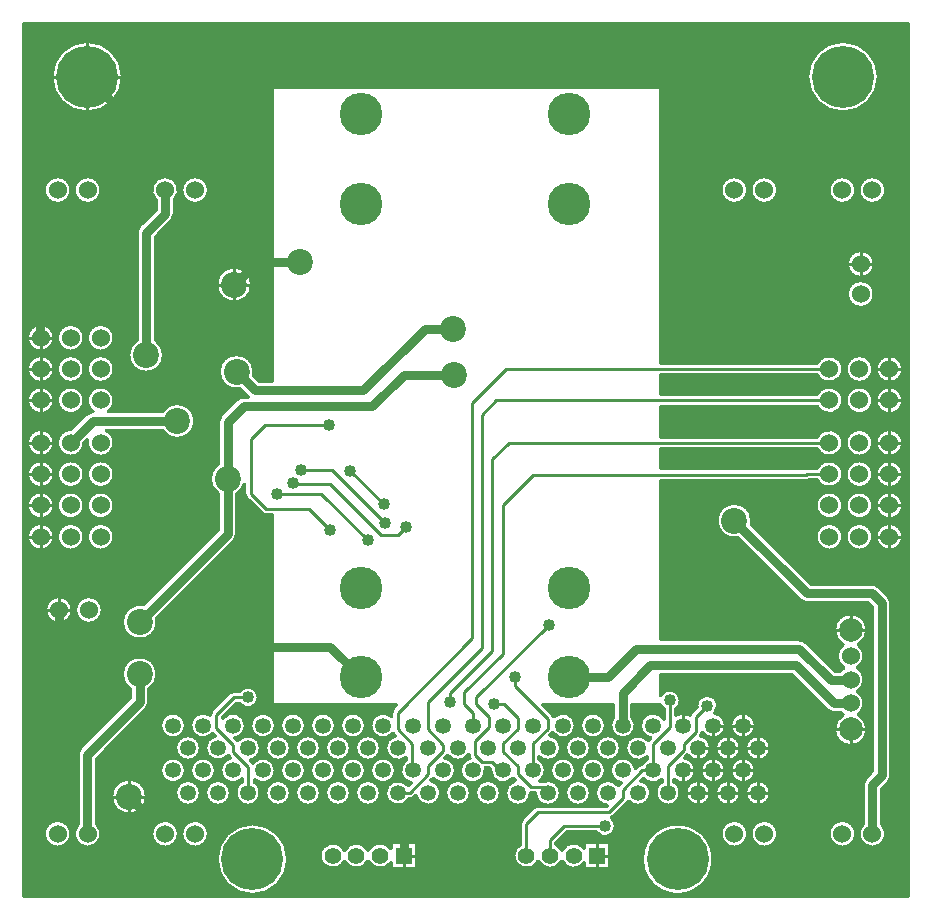
<source format=gbr>
G04 DesignSpark PCB Gerber Version 12.0 Build 5942*
%FSLAX35Y35*%
%MOMM*%
%ADD22O,1.30000X2.00000*%
%ADD23R,1.40000X1.42000*%
%ADD15C,0.25400*%
%ADD11C,0.30480*%
%ADD16C,0.80000*%
%ADD21C,1.01600*%
%ADD26C,1.35000*%
%ADD24C,1.40000*%
%ADD25C,1.52400*%
%ADD75C,2.00000*%
%ADD19C,2.20000*%
%ADD74C,3.60000*%
%ADD73C,5.25000*%
X0Y0D02*
D02*
D11*
X631120Y2925240D02*
Y1306120D01*
X6365240D01*
Y1392440D01*
G75*
G02*
X5862100Y1620240I-200000J227800D01*
G01*
G75*
G02*
X6365240Y1848040I303140J0D01*
G01*
Y2077250D01*
G75*
G02*
X6229250Y2181740I-27850J104490D01*
G01*
G75*
G02*
X6365240Y2286230I108130J0D01*
G01*
Y2328570D01*
G75*
G02*
Y2414910I99150J43170D01*
G01*
Y2457250D01*
G75*
G02*
X6248600Y2500010I-27850J104490D01*
G01*
X6227160Y2478570D01*
G75*
G02*
X6210390Y2263600I-16770J-106830D01*
G01*
G75*
G02*
X6136740Y2292560I0J108140D01*
G01*
Y2275800D01*
G75*
G02*
X6083390Y2073600I-53350J-94060D01*
G01*
G75*
G02*
X6030040Y2275800I0J108140D01*
G01*
Y2292560D01*
G75*
G02*
X5873150Y2302710I-73650J79180D01*
G01*
X5856790Y2286350D01*
G75*
G02*
X5829390Y2073600I-27400J-104610D01*
G01*
G75*
G02*
X5748870Y2109550I0J108140D01*
G01*
G75*
G02*
X5742960Y2102520I-43620J30670D01*
G01*
X5622960Y1982520D01*
G75*
G02*
X5607320Y1971680I-37720J37710D01*
G01*
G75*
G02*
X5641680Y1900240I-57080J-71440D01*
G01*
G75*
G02*
X5475940Y1846940I-91440J0D01*
G01*
X5227380D01*
X5138540Y1758100D01*
Y1747200D01*
G75*
G02*
X5185240Y1697580I-53310J-96960D01*
G01*
G75*
G02*
X5374640Y1715420I100000J-47340D01*
G01*
Y1761840D01*
X5595840D01*
Y1538640D01*
X5374640D01*
Y1585060D01*
G75*
G02*
X5185240Y1602900I-89400J65180D01*
G01*
G75*
G02*
X4985240I-100000J47340D01*
G01*
G75*
G02*
X4774600Y1650240I-100000J47340D01*
G01*
G75*
G02*
X4831940Y1747200I110640J0D01*
G01*
Y1918070D01*
G75*
G02*
X4831900Y1920240I53310J2070D01*
G01*
G75*
G02*
X4847520Y1957960I53340J0D01*
G01*
X4947520Y2057960D01*
G75*
G02*
X4987410Y2073540I37720J-37720D01*
G01*
X5563100D01*
X5563780Y2074220D01*
G75*
G02*
X5575390Y2289880I11610J107520D01*
G01*
G75*
G02*
X5663870Y2243920I10J-108140D01*
G01*
G75*
G02*
X5667520Y2247960I41330J-33670D01*
G01*
X5684630Y2265070D01*
G75*
G02*
X5702390Y2479880I17760J106670D01*
G01*
G75*
G02*
X5809060Y2389500I0J-108140D01*
G01*
X5829020Y2409460D01*
G75*
G02*
X5862210Y2424890I37720J-37720D01*
G01*
G75*
G02*
X5903040Y2465800I94170J-53160D01*
G01*
Y2482560D01*
G75*
G02*
X5721250Y2561740I-73650J79180D01*
G01*
G75*
G02*
X5916100Y2626360I108140J0D01*
G01*
G75*
G02*
X5919230Y2629670I40300J-34970D01*
G01*
X5935250Y2645690D01*
G75*
G02*
X5956390Y2859880I21140J106050D01*
G01*
G75*
G02*
X6046940Y2810860I0J-108140D01*
G01*
Y2890940D01*
G75*
G02*
X6018010Y2925240I53300J74300D01*
G01*
X5780840D01*
Y2826170D01*
G75*
G02*
X5702390Y2643600I-78450J-74430D01*
G01*
G75*
G02*
X5619640Y2821360I0J108140D01*
G01*
Y2925240D01*
X5025680D01*
X5102960Y2847960D01*
G75*
G02*
X5116100Y2826340I-37710J-37720D01*
G01*
G75*
G02*
X5302530Y2751740I78290J-74600D01*
G01*
G75*
G02*
X5105470Y2690200I-108140J-10D01*
G01*
G75*
G02*
X5102960Y2687520I-40160J35100D01*
G01*
X5084030Y2668590D01*
G75*
G02*
X5067390Y2453600I-16640J-106850D01*
G01*
G75*
G02*
X4993740Y2482560I0J108140D01*
G01*
Y2465800D01*
G75*
G02*
X5002960Y2283540I-53350J-94060D01*
G01*
X5016720D01*
G75*
G02*
X5028620Y2282690I2170J-53320D01*
G01*
G75*
G02*
X5175530Y2181740I38770J-100950D01*
G01*
G75*
G02*
X4959360Y2176940I-108140J0D01*
G01*
X4922410D01*
G75*
G02*
X4921420Y2176910I-2120J53450D01*
G01*
G75*
G02*
X4705250Y2181740I-108030J4830D01*
G01*
G75*
G02*
X4788150Y2286890I108140J0D01*
G01*
X4772520Y2302520D01*
G75*
G02*
X4770880Y2304240I37740J37630D01*
G01*
G75*
G02*
X4578250Y2371740I-84490J67500D01*
G01*
G75*
G02*
X4578680Y2381360I108110J-10D01*
G01*
X4568100Y2391940D01*
X4538630D01*
G75*
G02*
X4432390Y2263600I-106240J-20200D01*
G01*
G75*
G02*
X4405340Y2476440I0J108140D01*
G01*
G75*
G02*
X4396910Y2504130I44900J28800D01*
G01*
G75*
G02*
X4218200Y2497770I-91520J57620D01*
G01*
G75*
G02*
X4217960Y2497520I-38630J36840D01*
G01*
X4198440Y2478000D01*
G75*
G02*
X4178390Y2263600I-20050J-106260D01*
G01*
G75*
G02*
X4094230Y2303830I0J108140D01*
G01*
G75*
G02*
X4092960Y2302520I-38870J36410D01*
G01*
X4077200Y2286760D01*
G75*
G02*
X4051390Y2073600I-25810J-105020D01*
G01*
G75*
G02*
X3946370Y2155930I0J108140D01*
G01*
X3932960Y2142520D01*
G75*
G02*
X3893070Y2126940I-37720J37720D01*
G01*
X3890620D01*
G75*
G02*
X3689250Y2181740I-93230J54800D01*
G01*
G75*
G02*
X3884870Y2245310I108140J0D01*
G01*
X3904930Y2265370D01*
G75*
G02*
X3866040Y2462790I19460J106370D01*
G01*
Y2478190D01*
G75*
G02*
X3689250Y2561740I-68650J83550D01*
G01*
G75*
G02*
X3772960Y2667080I108140J0D01*
G01*
X3757520Y2682520D01*
G75*
G02*
X3755340Y2684830I37730J37790D01*
G01*
G75*
G02*
X3562250Y2751740I-84950J66910D01*
G01*
G75*
G02*
X3741940Y2832830I108140J0D01*
G01*
Y2858070D01*
G75*
G02*
X3741900Y2860240I53310J2070D01*
G01*
G75*
G02*
X3757520Y2897960I53340J0D01*
G01*
X3784800Y2925240D01*
X2591700D01*
G75*
G02*
X2463080I-64310J64990D01*
G01*
X2415680D01*
X2313540Y2823100D01*
Y2816170D01*
G75*
G02*
X2508530Y2751740I86850J-64430D01*
G01*
G75*
G02*
X2420440Y2645480I-108140J10D01*
G01*
X2437960Y2627960D01*
G75*
G02*
X2440150Y2625640I-37680J-37760D01*
G01*
G75*
G02*
X2635530Y2561740I87240J-63900D01*
G01*
G75*
G02*
X2549940Y2455980I-108140J0D01*
G01*
X2567960Y2437960D01*
G75*
G02*
X2568490Y2437430I-37460J-37990D01*
G01*
G75*
G02*
X2762530Y2371740I85900J-65690D01*
G01*
G75*
G02*
X2583540Y2290040I-108140J0D01*
G01*
Y2274160D01*
G75*
G02*
X2527390Y2073600I-56150J-92420D01*
G01*
G75*
G02*
X2476940Y2277390I0J108140D01*
G01*
Y2295360D01*
G75*
G02*
X2292250Y2371740I-76550J76380D01*
G01*
G75*
G02*
X2377590Y2477450I108140J0D01*
G01*
X2362520Y2492520D01*
G75*
G02*
X2359290Y2496050I37720J37750D01*
G01*
G75*
G02*
X2165250Y2561740I-85900J65690D01*
G01*
G75*
G02*
X2248150Y2666890I108140J0D01*
G01*
X2230840Y2684200D01*
G75*
G02*
X2038250Y2751740I-84450J67540D01*
G01*
G75*
G02*
X2206940Y2841340I108140J0D01*
G01*
Y2843070D01*
G75*
G02*
X2206900Y2845240I53310J2070D01*
G01*
G75*
G02*
X2222520Y2882960I53340J0D01*
G01*
X2264800Y2925240D01*
X1686910D01*
G75*
G02*
X1667260Y2893220I-76670J25010D01*
G01*
X1245840Y2471800D01*
Y1923470D01*
G75*
G02*
X1169240Y1718400I-76600J-88230D01*
G01*
G75*
G02*
X1084640Y1915830I0J116840D01*
G01*
Y2502750D01*
G75*
G02*
X1084600Y2505240I80580J2540D01*
G01*
G75*
G02*
X1108220Y2562260I80640J0D01*
G01*
X1471200Y2925240D01*
X631120D01*
X5448390Y2859880D02*
G75*
G02*
X5556530Y2751740I0J-108140D01*
G01*
G75*
G02*
X5448390Y2643600I-108140J0D01*
G01*
G75*
G02*
X5340250Y2751740I0J108140D01*
G01*
G75*
G02*
X5448390Y2859880I108140J0D01*
G01*
X5575390Y2669880D02*
G75*
G02*
X5683530Y2561740I0J-108140D01*
G01*
G75*
G02*
X5575390Y2453600I-108140J0D01*
G01*
G75*
G02*
X5467250Y2561740I0J108140D01*
G01*
G75*
G02*
X5575390Y2669880I108140J0D01*
G01*
X5321390D02*
G75*
G02*
X5429530Y2561740I0J-108140D01*
G01*
G75*
G02*
X5321390Y2453600I-108140J0D01*
G01*
G75*
G02*
X5213250Y2561740I0J108140D01*
G01*
G75*
G02*
X5321390Y2669880I108140J0D01*
G01*
X5448390Y2479880D02*
G75*
G02*
X5556530Y2371740I0J-108140D01*
G01*
G75*
G02*
X5448390Y2263600I-108140J0D01*
G01*
G75*
G02*
X5340250Y2371740I0J108140D01*
G01*
G75*
G02*
X5448390Y2479880I108140J0D01*
G01*
X5194390D02*
G75*
G02*
X5302530Y2371740I0J-108140D01*
G01*
G75*
G02*
X5194390Y2263600I-108140J0D01*
G01*
G75*
G02*
X5086250Y2371740I0J108140D01*
G01*
G75*
G02*
X5194390Y2479880I108140J0D01*
G01*
X5321390Y2289880D02*
G75*
G02*
X5429530Y2181740I0J-108140D01*
G01*
G75*
G02*
X5321390Y2073600I-108140J0D01*
G01*
G75*
G02*
X5213250Y2181740I0J108140D01*
G01*
G75*
G02*
X5321390Y2289880I108140J0D01*
G01*
X4559390D02*
G75*
G02*
X4667530Y2181740I0J-108140D01*
G01*
G75*
G02*
X4559390Y2073600I-108140J0D01*
G01*
G75*
G02*
X4451250Y2181740I0J108140D01*
G01*
G75*
G02*
X4559390Y2289880I108140J0D01*
G01*
X4305390D02*
G75*
G02*
X4413530Y2181740I0J-108140D01*
G01*
G75*
G02*
X4305390Y2073600I-108140J0D01*
G01*
G75*
G02*
X4197250Y2181740I0J108140D01*
G01*
G75*
G02*
X4305390Y2289880I108140J0D01*
G01*
X2908390Y2859880D02*
G75*
G02*
X3016530Y2751740I0J-108140D01*
G01*
G75*
G02*
X2908390Y2643600I-108140J0D01*
G01*
G75*
G02*
X2800250Y2751740I0J108140D01*
G01*
G75*
G02*
X2908390Y2859880I108140J0D01*
G01*
X3035390Y2669880D02*
G75*
G02*
X3143530Y2561740I0J-108140D01*
G01*
G75*
G02*
X3035390Y2453600I-108140J0D01*
G01*
G75*
G02*
X2927250Y2561740I0J108140D01*
G01*
G75*
G02*
X3035390Y2669880I108140J0D01*
G01*
X3162390Y2479880D02*
G75*
G02*
X3270530Y2371740I0J-108140D01*
G01*
G75*
G02*
X3162390Y2263600I-108140J0D01*
G01*
G75*
G02*
X3054250Y2371740I0J108140D01*
G01*
G75*
G02*
X3162390Y2479880I108140J0D01*
G01*
X3289390Y2289880D02*
G75*
G02*
X3397530Y2181740I0J-108140D01*
G01*
G75*
G02*
X3289390Y2073600I-108140J0D01*
G01*
G75*
G02*
X3181250Y2181740I0J108140D01*
G01*
G75*
G02*
X3289390Y2289880I108140J0D01*
G01*
X3162390Y2859880D02*
G75*
G02*
X3270530Y2751740I0J-108140D01*
G01*
G75*
G02*
X3162390Y2643600I-108140J0D01*
G01*
G75*
G02*
X3054250Y2751740I0J108140D01*
G01*
G75*
G02*
X3162390Y2859880I108140J0D01*
G01*
X3289390Y2669880D02*
G75*
G02*
X3397530Y2561740I0J-108140D01*
G01*
G75*
G02*
X3289390Y2453600I-108140J0D01*
G01*
G75*
G02*
X3181250Y2561740I0J108140D01*
G01*
G75*
G02*
X3289390Y2669880I108140J0D01*
G01*
X3416390Y2479880D02*
G75*
G02*
X3524530Y2371740I0J-108140D01*
G01*
G75*
G02*
X3416390Y2263600I-108140J0D01*
G01*
G75*
G02*
X3308250Y2371740I0J108140D01*
G01*
G75*
G02*
X3416390Y2479880I108140J0D01*
G01*
X3543390Y2289880D02*
G75*
G02*
X3651530Y2181740I0J-108140D01*
G01*
G75*
G02*
X3543390Y2073600I-108140J0D01*
G01*
G75*
G02*
X3435250Y2181740I0J108140D01*
G01*
G75*
G02*
X3543390Y2289880I108140J0D01*
G01*
X3416390Y2859880D02*
G75*
G02*
X3524530Y2751740I0J-108140D01*
G01*
G75*
G02*
X3416390Y2643600I-108140J0D01*
G01*
G75*
G02*
X3308250Y2751740I0J108140D01*
G01*
G75*
G02*
X3416390Y2859880I108140J0D01*
G01*
X3543390Y2669880D02*
G75*
G02*
X3651530Y2561740I0J-108140D01*
G01*
G75*
G02*
X3543390Y2453600I-108140J0D01*
G01*
G75*
G02*
X3435250Y2561740I0J108140D01*
G01*
G75*
G02*
X3543390Y2669880I108140J0D01*
G01*
X3670390Y2479880D02*
G75*
G02*
X3778530Y2371740I0J-108140D01*
G01*
G75*
G02*
X3670390Y2263600I-108140J0D01*
G01*
G75*
G02*
X3562250Y2371740I0J108140D01*
G01*
G75*
G02*
X3670390Y2479880I108140J0D01*
G01*
X2654390Y2859880D02*
G75*
G02*
X2762530Y2751740I0J-108140D01*
G01*
G75*
G02*
X2654390Y2643600I-108140J0D01*
G01*
G75*
G02*
X2546250Y2751740I0J108140D01*
G01*
G75*
G02*
X2654390Y2859880I108140J0D01*
G01*
X2781390Y2669880D02*
G75*
G02*
X2889530Y2561740I0J-108140D01*
G01*
G75*
G02*
X2781390Y2453600I-108140J0D01*
G01*
G75*
G02*
X2673250Y2561740I0J108140D01*
G01*
G75*
G02*
X2781390Y2669880I108140J0D01*
G01*
X2908390Y2479880D02*
G75*
G02*
X3016530Y2371740I0J-108140D01*
G01*
G75*
G02*
X2908390Y2263600I-108140J0D01*
G01*
G75*
G02*
X2800250Y2371740I0J108140D01*
G01*
G75*
G02*
X2908390Y2479880I108140J0D01*
G01*
X3035390Y2289880D02*
G75*
G02*
X3143530Y2181740I0J-108140D01*
G01*
G75*
G02*
X3035390Y2073600I-108140J0D01*
G01*
G75*
G02*
X2927250Y2181740I0J108140D01*
G01*
G75*
G02*
X3035390Y2289880I108140J0D01*
G01*
X3134600Y1650240D02*
G75*
G02*
X3345240Y1697580I110640J0D01*
G01*
G75*
G02*
X3545240I100000J-47340D01*
G01*
G75*
G02*
X3734640Y1715420I100000J-47340D01*
G01*
Y1761840D01*
X3955840D01*
Y1538640D01*
X3734640D01*
Y1585060D01*
G75*
G02*
X3545240Y1602900I-89400J65180D01*
G01*
G75*
G02*
X3345240I-100000J47340D01*
G01*
G75*
G02*
X3134600Y1650240I-100000J47340D01*
G01*
X2781390Y2289880D02*
G75*
G02*
X2889530Y2181740I0J-108140D01*
G01*
G75*
G02*
X2781390Y2073600I-108140J0D01*
G01*
G75*
G02*
X2673250Y2181740I0J108140D01*
G01*
G75*
G02*
X2781390Y2289880I108140J0D01*
G01*
X1825240Y1952080D02*
G75*
G02*
X1942080Y1835240I0J-116840D01*
G01*
G75*
G02*
X1825240Y1718400I-116840J0D01*
G01*
G75*
G02*
X1708400Y1835240I0J116840D01*
G01*
G75*
G02*
X1825240Y1952080I116840J0D01*
G01*
X1892390Y2479880D02*
G75*
G02*
X2000530Y2371740I0J-108140D01*
G01*
G75*
G02*
X1892390Y2263600I-108140J0D01*
G01*
G75*
G02*
X1784250Y2371740I0J108140D01*
G01*
G75*
G02*
X1892390Y2479880I108140J0D01*
G01*
X2019390Y2289880D02*
G75*
G02*
X2127530Y2181740I0J-108140D01*
G01*
G75*
G02*
X2019390Y2073600I-108140J0D01*
G01*
G75*
G02*
X1911250Y2181740I0J108140D01*
G01*
G75*
G02*
X2019390Y2289880I108140J0D01*
G01*
X2079240Y1952080D02*
G75*
G02*
X2196080Y1835240I0J-116840D01*
G01*
G75*
G02*
X2079240Y1718400I-116840J0D01*
G01*
G75*
G02*
X1962400Y1835240I0J116840D01*
G01*
G75*
G02*
X2079240Y1952080I116840J0D01*
G01*
X1892390Y2859880D02*
G75*
G02*
X2000530Y2751740I0J-108140D01*
G01*
G75*
G02*
X1892390Y2643600I-108140J0D01*
G01*
G75*
G02*
X1784250Y2751740I0J108140D01*
G01*
G75*
G02*
X1892390Y2859880I108140J0D01*
G01*
X2019390Y2669880D02*
G75*
G02*
X2127530Y2561740I0J-108140D01*
G01*
G75*
G02*
X2019390Y2453600I-108140J0D01*
G01*
G75*
G02*
X1911250Y2561740I0J108140D01*
G01*
G75*
G02*
X2019390Y2669880I108140J0D01*
G01*
X2146390Y2479880D02*
G75*
G02*
X2254530Y2371740I0J-108140D01*
G01*
G75*
G02*
X2146390Y2263600I-108140J0D01*
G01*
G75*
G02*
X2038250Y2371740I0J108140D01*
G01*
G75*
G02*
X2146390Y2479880I108140J0D01*
G01*
X2273390Y2289880D02*
G75*
G02*
X2381530Y2181740I0J-108140D01*
G01*
G75*
G02*
X2273390Y2073600I-108140J0D01*
G01*
G75*
G02*
X2165250Y2181740I0J108140D01*
G01*
G75*
G02*
X2273390Y2289880I108140J0D01*
G01*
X2565240Y1923380D02*
G75*
G02*
X2868380Y1620240I0J-303140D01*
G01*
G75*
G02*
X2565240Y1317100I-303140J0D01*
G01*
G75*
G02*
X2262100Y1620240I0J303140D01*
G01*
G75*
G02*
X2565240Y1923380I303140J0D01*
G01*
X1369600Y2150240D02*
G75*
G02*
X1670880I150640J0D01*
G01*
G75*
G02*
X1369600I-150640J0D01*
G01*
X915240Y1952080D02*
G75*
G02*
X1032080Y1835240I0J-116840D01*
G01*
G75*
G02*
X915240Y1718400I-116840J0D01*
G01*
G75*
G02*
X798400Y1835240I0J116840D01*
G01*
G75*
G02*
X915240Y1952080I116840J0D01*
G01*
X646360Y1650240D02*
G36*
X646360Y1650240D02*
Y1321360D01*
X2514610D01*
G75*
G02*
X2262100Y1620240I50640J298890D01*
G01*
G75*
G02*
X2263590Y1650240I303170J-20D01*
G01*
X646360D01*
G37*
X2868380Y1620240D02*
G36*
X2868380Y1620240D02*
G75*
G02*
X2615870Y1321360I-303150J10D01*
G01*
X6114620D01*
G75*
G02*
X5862100Y1620240I50620J298890D01*
G01*
G75*
G02*
X5863590Y1650240I303170J-20D01*
G01*
X5595840D01*
Y1538640D01*
X5374640D01*
Y1585060D01*
G75*
G02*
X5185240Y1602900I-89400J65180D01*
G01*
G75*
G02*
X4985240I-100000J47340D01*
G01*
G75*
G02*
X4774600Y1650240I-100000J47340D01*
G01*
X3955840D01*
Y1538640D01*
X3734640D01*
Y1585060D01*
G75*
G02*
X3545240Y1602900I-89400J65180D01*
G01*
G75*
G02*
X3345240I-100000J47340D01*
G01*
G75*
G02*
X3134600Y1650240I-100000J47340D01*
G01*
X2866890D01*
G75*
G02*
X2868380Y1620240I-301680J-30020D01*
G01*
G37*
X6215860Y1321360D02*
G36*
X6215860Y1321360D02*
X6350000D01*
Y1379910D01*
G75*
G02*
X6215860Y1321360I-184750J240340D01*
G01*
G37*
X646360Y1835240D02*
G36*
X646360Y1835240D02*
Y1650240D01*
X2263590D01*
G75*
G02*
X2351540Y1835240I301660J-30000D01*
G01*
X2196080D01*
G75*
G02*
Y1835230I-286480J0D01*
G01*
G75*
G02*
X2079240Y1718400I-116840J0D01*
G01*
G75*
G02*
X1962400Y1835230I0J116830D01*
G01*
G75*
G02*
Y1835240I286480J10D01*
G01*
X1942080D01*
G75*
G02*
Y1835230I-286480J0D01*
G01*
G75*
G02*
X1825240Y1718400I-116840J0D01*
G01*
G75*
G02*
X1708400Y1835230I0J116830D01*
G01*
G75*
G02*
Y1835240I286480J10D01*
G01*
X1286080D01*
G75*
G02*
X1169240Y1718400I-116840J0D01*
G01*
G75*
G02*
X1052400Y1835240I0J116840D01*
G01*
X1032080D01*
G75*
G02*
Y1835230I-286480J0D01*
G01*
G75*
G02*
X915240Y1718400I-116840J0D01*
G01*
G75*
G02*
X798400Y1835230I0J116830D01*
G01*
G75*
G02*
Y1835240I286480J10D01*
G01*
X646360D01*
G37*
X2778940D02*
G36*
X2778940Y1835240D02*
G75*
G02*
X2866890Y1650240I-213710J-215000D01*
G01*
X3134600D01*
G75*
G02*
X3345240Y1697580I110640J0D01*
G01*
G75*
G02*
X3545240I100000J-47340D01*
G01*
G75*
G02*
X3734640Y1715420I100000J-47340D01*
G01*
Y1761840D01*
X3955840D01*
Y1650240D01*
X4774600D01*
G75*
G02*
X4831940Y1747200I110670J-10D01*
G01*
Y1835240D01*
X2778940D01*
G37*
X5138540Y1758100D02*
G36*
X5138540Y1758100D02*
Y1747200D01*
G75*
G02*
X5185240Y1697580I-53310J-96950D01*
G01*
G75*
G02*
X5374640Y1715420I100000J-47340D01*
G01*
Y1761840D01*
X5595840D01*
Y1650240D01*
X5863590D01*
G75*
G02*
X5951540Y1835240I301650J-30000D01*
G01*
X5614550D01*
G75*
G02*
X5485930I-64310J65000D01*
G01*
X5215680D01*
X5138540Y1758100D01*
G37*
X646360Y2181740D02*
G36*
X646360Y2181740D02*
Y1835240D01*
X798400D01*
G75*
G02*
Y1835250I286480J10D01*
G01*
G75*
G02*
X915240Y1952080I116840J0D01*
G01*
G75*
G02*
X1032080Y1835250I0J-116830D01*
G01*
G75*
G02*
Y1835240I-286480J0D01*
G01*
X1052400D01*
G75*
G02*
X1084640Y1915830I116840J0D01*
G01*
Y2181740D01*
X646360D01*
G37*
X1245840D02*
G36*
X1245840Y2181740D02*
Y1923470D01*
G75*
G02*
X1286080Y1835240I-76610J-88230D01*
G01*
X1708400D01*
G75*
G02*
Y1835250I286480J10D01*
G01*
G75*
G02*
X1825240Y1952080I116840J0D01*
G01*
G75*
G02*
X1942080Y1835250I0J-116830D01*
G01*
G75*
G02*
Y1835240I-286480J0D01*
G01*
X1962400D01*
G75*
G02*
Y1835250I286480J10D01*
G01*
G75*
G02*
X2079240Y1952080I116840J0D01*
G01*
G75*
G02*
X2196080Y1835250I0J-116830D01*
G01*
G75*
G02*
Y1835240I-286480J0D01*
G01*
X2351540D01*
G75*
G02*
X2565240Y1923380I213710J-215010D01*
G01*
G75*
G02*
X2778940Y1835240I-10J-303150D01*
G01*
X4831940D01*
Y1918070D01*
G75*
G02*
X4831900Y1920230I58320J2160D01*
G01*
G75*
G02*
Y1920240I63660J10D01*
G01*
G75*
G02*
X4847520Y1957960I53380J-10D01*
G01*
X4947520Y2057960D01*
G75*
G02*
X4987410Y2073540I37710J-37690D01*
G01*
X5563100D01*
X5563780Y2074220D01*
G75*
G02*
X5467240Y2181740I11610J107520D01*
G01*
X5429530D01*
G75*
G02*
Y2181730I-95490J0D01*
G01*
G75*
G02*
X5321390Y2073600I-108140J0D01*
G01*
G75*
G02*
X5213250Y2181730I0J108130D01*
G01*
G75*
G02*
Y2181740I95490J10D01*
G01*
X5175530D01*
G75*
G02*
X4959360Y2176940I-108140J0D01*
G01*
X4922410D01*
G75*
G02*
X4921420Y2176910I-1220J23780D01*
G01*
G75*
G02*
X4705250Y2181740I-108030J4830D01*
G01*
X4667530D01*
G75*
G02*
Y2181730I-95490J0D01*
G01*
G75*
G02*
X4559390Y2073600I-108140J0D01*
G01*
G75*
G02*
X4451250Y2181730I0J108130D01*
G01*
G75*
G02*
Y2181740I95490J10D01*
G01*
X4413530D01*
G75*
G02*
Y2181730I-95490J0D01*
G01*
G75*
G02*
X4305390Y2073600I-108140J0D01*
G01*
G75*
G02*
X4197250Y2181730I0J108130D01*
G01*
G75*
G02*
Y2181740I95490J10D01*
G01*
X4159530D01*
G75*
G02*
X4051390Y2073600I-108140J0D01*
G01*
G75*
G02*
X3946370Y2155930I-10J108130D01*
G01*
X3932960Y2142520D01*
G75*
G02*
X3893070Y2126940I-37710J37690D01*
G01*
X3890620D01*
G75*
G02*
X3689250Y2181730I-93230J54790D01*
G01*
G75*
G02*
Y2181740I190990J10D01*
G01*
X3651530D01*
G75*
G02*
Y2181730I-95490J0D01*
G01*
G75*
G02*
X3543390Y2073600I-108140J0D01*
G01*
G75*
G02*
X3435250Y2181730I0J108130D01*
G01*
G75*
G02*
Y2181740I95490J10D01*
G01*
X3397530D01*
G75*
G02*
Y2181730I-95490J0D01*
G01*
G75*
G02*
X3289390Y2073600I-108140J0D01*
G01*
G75*
G02*
X3181250Y2181730I0J108130D01*
G01*
G75*
G02*
Y2181740I95490J10D01*
G01*
X3143530D01*
G75*
G02*
Y2181730I-95490J0D01*
G01*
G75*
G02*
X3035390Y2073600I-108140J0D01*
G01*
G75*
G02*
X2927250Y2181730I0J108130D01*
G01*
G75*
G02*
Y2181740I95490J10D01*
G01*
X2889530D01*
G75*
G02*
Y2181730I-95490J0D01*
G01*
G75*
G02*
X2781390Y2073600I-108140J0D01*
G01*
G75*
G02*
X2673250Y2181730I0J108130D01*
G01*
G75*
G02*
Y2181740I95490J10D01*
G01*
X2635530D01*
G75*
G02*
X2527390Y2073600I-108140J0D01*
G01*
G75*
G02*
X2419250Y2181740I0J108140D01*
G01*
X2381530D01*
G75*
G02*
Y2181730I-95490J0D01*
G01*
G75*
G02*
X2273390Y2073600I-108140J0D01*
G01*
G75*
G02*
X2165250Y2181730I0J108130D01*
G01*
G75*
G02*
Y2181740I95490J10D01*
G01*
X2127530D01*
G75*
G02*
Y2181730I-95490J0D01*
G01*
G75*
G02*
X2019390Y2073600I-108140J0D01*
G01*
G75*
G02*
X1911250Y2181730I0J108130D01*
G01*
G75*
G02*
Y2181740I95490J10D01*
G01*
X1667550D01*
G75*
G02*
X1670880Y2150240I-147310J-31500D01*
G01*
G75*
G02*
X1369600I-150640J0D01*
G01*
G75*
G02*
X1372930Y2181740I150640J0D01*
G01*
X1245840D01*
G37*
X5227380Y1846940D02*
G36*
X5227380Y1846940D02*
X5215680Y1835240D01*
X5485930D01*
G75*
G02*
X5475940Y1846940I64320J65030D01*
G01*
X5227380D01*
G37*
X5622960Y1982520D02*
G36*
X5622960Y1982520D02*
G75*
G02*
X5607320Y1971680I-37750J37770D01*
G01*
G75*
G02*
X5641680Y1900240I-57110J-71450D01*
G01*
G75*
G02*
X5614550Y1835240I-91440J10D01*
G01*
X5951540D01*
G75*
G02*
X6350000Y1860570I213700J-215010D01*
G01*
Y2074340D01*
G75*
G02*
X6229250Y2181740I-12610J107400D01*
G01*
X6191530D01*
G75*
G02*
X6083390Y2073600I-108140J0D01*
G01*
G75*
G02*
X5975250Y2181740I0J108140D01*
G01*
X5937530D01*
G75*
G02*
X5829390Y2073600I-108140J0D01*
G01*
G75*
G02*
X5748870Y2109550I-20J108100D01*
G01*
G75*
G02*
X5742960Y2102520I-43420J30500D01*
G01*
X5622960Y1982520D01*
G37*
X646360Y2371740D02*
G36*
X646360Y2371740D02*
Y2181740D01*
X1084640D01*
Y2371740D01*
X646360D01*
G37*
X1245840D02*
G36*
X1245840Y2371740D02*
Y2181740D01*
X1372930D01*
G75*
G02*
X1667550I147310J-31500D01*
G01*
X1911250D01*
G75*
G02*
Y2181750I95490J10D01*
G01*
G75*
G02*
X2019390Y2289880I108140J0D01*
G01*
G75*
G02*
X2127530Y2181750I0J-108130D01*
G01*
G75*
G02*
Y2181740I-95490J0D01*
G01*
X2165250D01*
G75*
G02*
Y2181750I95490J10D01*
G01*
G75*
G02*
X2273390Y2289880I108140J0D01*
G01*
G75*
G02*
X2381530Y2181750I0J-108130D01*
G01*
G75*
G02*
Y2181740I-95490J0D01*
G01*
X2419250D01*
G75*
G02*
X2476940Y2277390I108140J0D01*
G01*
Y2295360D01*
G75*
G02*
X2292250Y2371740I-76550J76380D01*
G01*
X2254530D01*
G75*
G02*
Y2371730I-95490J0D01*
G01*
G75*
G02*
X2146390Y2263600I-108140J0D01*
G01*
G75*
G02*
X2038250Y2371730I0J108130D01*
G01*
G75*
G02*
Y2371740I95490J10D01*
G01*
X2000530D01*
G75*
G02*
Y2371730I-95490J0D01*
G01*
G75*
G02*
X1892390Y2263600I-108140J0D01*
G01*
G75*
G02*
X1784250Y2371730I0J108130D01*
G01*
G75*
G02*
Y2371740I95490J10D01*
G01*
X1245840D01*
G37*
X2583540Y2290040D02*
G36*
X2583540Y2290040D02*
Y2274160D01*
G75*
G02*
X2635530Y2181740I-56150J-92420D01*
G01*
X2673250D01*
G75*
G02*
Y2181750I95490J10D01*
G01*
G75*
G02*
X2781390Y2289880I108140J0D01*
G01*
G75*
G02*
X2889530Y2181750I0J-108130D01*
G01*
G75*
G02*
Y2181740I-95490J0D01*
G01*
X2927250D01*
G75*
G02*
Y2181750I95490J10D01*
G01*
G75*
G02*
X3035390Y2289880I108140J0D01*
G01*
G75*
G02*
X3143530Y2181750I0J-108130D01*
G01*
G75*
G02*
Y2181740I-95490J0D01*
G01*
X3181250D01*
G75*
G02*
Y2181750I95490J10D01*
G01*
G75*
G02*
X3289390Y2289880I108140J0D01*
G01*
G75*
G02*
X3397530Y2181750I0J-108130D01*
G01*
G75*
G02*
Y2181740I-95490J0D01*
G01*
X3435250D01*
G75*
G02*
Y2181750I95490J10D01*
G01*
G75*
G02*
X3543390Y2289880I108140J0D01*
G01*
G75*
G02*
X3651530Y2181750I0J-108130D01*
G01*
G75*
G02*
Y2181740I-95490J0D01*
G01*
X3689250D01*
G75*
G02*
X3884870Y2245310I108140J-10D01*
G01*
X3904930Y2265370D01*
G75*
G02*
X3816250Y2371740I19460J106370D01*
G01*
X3778530D01*
G75*
G02*
Y2371730I-95490J0D01*
G01*
G75*
G02*
X3670390Y2263600I-108140J0D01*
G01*
G75*
G02*
X3562250Y2371730I0J108130D01*
G01*
G75*
G02*
Y2371740I95490J10D01*
G01*
X3524530D01*
G75*
G02*
Y2371730I-95490J0D01*
G01*
G75*
G02*
X3416390Y2263600I-108140J0D01*
G01*
G75*
G02*
X3308250Y2371730I0J108130D01*
G01*
G75*
G02*
Y2371740I95490J10D01*
G01*
X3270530D01*
G75*
G02*
Y2371730I-95490J0D01*
G01*
G75*
G02*
X3162390Y2263600I-108140J0D01*
G01*
G75*
G02*
X3054250Y2371730I0J108130D01*
G01*
G75*
G02*
Y2371740I95490J10D01*
G01*
X3016530D01*
G75*
G02*
Y2371730I-95490J0D01*
G01*
G75*
G02*
X2908390Y2263600I-108140J0D01*
G01*
G75*
G02*
X2800250Y2371730I0J108130D01*
G01*
G75*
G02*
Y2371740I95490J10D01*
G01*
X2762530D01*
G75*
G02*
X2583540Y2290040I-108140J0D01*
G01*
G37*
X4092960Y2302520D02*
G36*
X4092960Y2302520D02*
X4077200Y2286760D01*
G75*
G02*
X4159530Y2181740I-25810J-105020D01*
G01*
X4197250D01*
G75*
G02*
Y2181750I95490J10D01*
G01*
G75*
G02*
X4305390Y2289880I108140J0D01*
G01*
G75*
G02*
X4413530Y2181750I0J-108130D01*
G01*
G75*
G02*
Y2181740I-95490J0D01*
G01*
X4451250D01*
G75*
G02*
Y2181750I95490J10D01*
G01*
G75*
G02*
X4559390Y2289880I108140J0D01*
G01*
G75*
G02*
X4667530Y2181750I0J-108130D01*
G01*
G75*
G02*
Y2181740I-95490J0D01*
G01*
X4705250D01*
G75*
G02*
X4788150Y2286890I108140J-10D01*
G01*
X4772520Y2302520D01*
G75*
G02*
X4770880Y2304240I35320J35320D01*
G01*
G75*
G02*
X4578250Y2371740I-84490J67500D01*
G01*
X4540530D01*
G75*
G02*
X4432390Y2263600I-108140J0D01*
G01*
G75*
G02*
X4324250Y2371740I0J108140D01*
G01*
X4286530D01*
G75*
G02*
X4178390Y2263600I-108140J0D01*
G01*
G75*
G02*
X4094230Y2303830I-20J108110D01*
G01*
G75*
G02*
X4092960Y2302520I-42890J40310D01*
G01*
G37*
X5002960Y2283540D02*
G36*
X5002960Y2283540D02*
X5016720D01*
G75*
G02*
X5028620Y2282690I2180J-53140D01*
G01*
G75*
G02*
X5175530Y2181740I38770J-100950D01*
G01*
X5213250D01*
G75*
G02*
Y2181750I95490J10D01*
G01*
G75*
G02*
X5321390Y2289880I108140J0D01*
G01*
G75*
G02*
X5429530Y2181750I0J-108130D01*
G01*
G75*
G02*
Y2181740I-95490J0D01*
G01*
X5467240D01*
G75*
G02*
X5575390Y2289880I108150J0D01*
G01*
G75*
G02*
X5663870Y2243920I10J-108120D01*
G01*
G75*
G02*
X5667520Y2247960I38790J-31380D01*
G01*
X5684630Y2265070D01*
G75*
G02*
X5594250Y2371740I17760J106670D01*
G01*
X5556530D01*
G75*
G02*
Y2371730I-95490J0D01*
G01*
G75*
G02*
X5448390Y2263600I-108140J0D01*
G01*
G75*
G02*
X5340250Y2371730I0J108130D01*
G01*
G75*
G02*
Y2371740I95490J10D01*
G01*
X5302530D01*
G75*
G02*
Y2371730I-95490J0D01*
G01*
G75*
G02*
X5194390Y2263600I-108140J0D01*
G01*
G75*
G02*
X5086250Y2371730I0J108130D01*
G01*
G75*
G02*
Y2371740I95490J10D01*
G01*
X5048530D01*
G75*
G02*
X5002960Y2283540I-108140J0D01*
G01*
G37*
X5873150Y2302710D02*
G36*
X5873150Y2302710D02*
X5856790Y2286350D01*
G75*
G02*
X5937530Y2181740I-27400J-104610D01*
G01*
X5975250D01*
G75*
G02*
X6030040Y2275800I108140J0D01*
G01*
Y2292560D01*
G75*
G02*
X5873150Y2302710I-73650J79190D01*
G01*
G37*
X6136740Y2292560D02*
G36*
X6136740Y2292560D02*
Y2275800D01*
G75*
G02*
X6191530Y2181740I-53350J-94060D01*
G01*
X6229250D01*
G75*
G02*
X6350000Y2289140I108140J0D01*
G01*
Y2371740D01*
X6318530D01*
G75*
G02*
X6210390Y2263600I-108140J0D01*
G01*
G75*
G02*
X6136740Y2292560I0J108130D01*
G01*
G37*
X646360Y2561740D02*
G36*
X646360Y2561740D02*
Y2371740D01*
X1084640D01*
Y2502750D01*
G75*
G02*
X1084600Y2505230I76910J2480D01*
G01*
G75*
G02*
Y2505240I81850J10D01*
G01*
G75*
G02*
X1107700Y2561740I80650J0D01*
G01*
X646360D01*
G37*
X1245840Y2471800D02*
G36*
X1245840Y2471800D02*
Y2371740D01*
X1784250D01*
G75*
G02*
Y2371750I95490J10D01*
G01*
G75*
G02*
X1892390Y2479880I108140J0D01*
G01*
G75*
G02*
X2000530Y2371750I0J-108130D01*
G01*
G75*
G02*
Y2371740I-95490J0D01*
G01*
X2038250D01*
G75*
G02*
Y2371750I95490J10D01*
G01*
G75*
G02*
X2146390Y2479880I108140J0D01*
G01*
G75*
G02*
X2254530Y2371750I0J-108130D01*
G01*
G75*
G02*
Y2371740I-95490J0D01*
G01*
X2292250D01*
G75*
G02*
X2377590Y2477450I108150J0D01*
G01*
X2362520Y2492520D01*
G75*
G02*
X2359290Y2496050I41070J40820D01*
G01*
G75*
G02*
X2165250Y2561740I-85900J65690D01*
G01*
X2127530D01*
G75*
G02*
Y2561730I-95490J0D01*
G01*
G75*
G02*
X2019390Y2453600I-108140J0D01*
G01*
G75*
G02*
X1911250Y2561730I0J108130D01*
G01*
G75*
G02*
Y2561740I95490J10D01*
G01*
X1335780D01*
X1245840Y2471800D01*
G37*
X2549940Y2455980D02*
G36*
X2549940Y2455980D02*
X2567960Y2437960D01*
G75*
G02*
X2568490Y2437430I-6760J-7290D01*
G01*
G75*
G02*
X2762530Y2371740I85900J-65690D01*
G01*
X2800250D01*
G75*
G02*
Y2371750I95490J10D01*
G01*
G75*
G02*
X2908390Y2479880I108140J0D01*
G01*
G75*
G02*
X3016530Y2371750I0J-108130D01*
G01*
G75*
G02*
Y2371740I-95490J0D01*
G01*
X3054250D01*
G75*
G02*
Y2371750I95490J10D01*
G01*
G75*
G02*
X3162390Y2479880I108140J0D01*
G01*
G75*
G02*
X3270530Y2371750I0J-108130D01*
G01*
G75*
G02*
Y2371740I-95490J0D01*
G01*
X3308250D01*
G75*
G02*
Y2371750I95490J10D01*
G01*
G75*
G02*
X3416390Y2479880I108140J0D01*
G01*
G75*
G02*
X3524530Y2371750I0J-108130D01*
G01*
G75*
G02*
Y2371740I-95490J0D01*
G01*
X3562250D01*
G75*
G02*
Y2371750I95490J10D01*
G01*
G75*
G02*
X3670390Y2479880I108140J0D01*
G01*
G75*
G02*
X3778530Y2371750I0J-108130D01*
G01*
G75*
G02*
Y2371740I-95490J0D01*
G01*
X3816250D01*
G75*
G02*
X3866040Y2462790I108140J0D01*
G01*
Y2478190D01*
G75*
G02*
X3689250Y2561740I-68650J83550D01*
G01*
X3651530D01*
G75*
G02*
Y2561730I-95490J0D01*
G01*
G75*
G02*
X3543390Y2453600I-108140J0D01*
G01*
G75*
G02*
X3435250Y2561730I0J108130D01*
G01*
G75*
G02*
Y2561740I95490J10D01*
G01*
X3397530D01*
G75*
G02*
Y2561730I-95490J0D01*
G01*
G75*
G02*
X3289390Y2453600I-108140J0D01*
G01*
G75*
G02*
X3181250Y2561730I0J108130D01*
G01*
G75*
G02*
Y2561740I95490J10D01*
G01*
X3143530D01*
G75*
G02*
Y2561730I-95490J0D01*
G01*
G75*
G02*
X3035390Y2453600I-108140J0D01*
G01*
G75*
G02*
X2927250Y2561730I0J108130D01*
G01*
G75*
G02*
Y2561740I95490J10D01*
G01*
X2889530D01*
G75*
G02*
Y2561730I-95490J0D01*
G01*
G75*
G02*
X2781390Y2453600I-108140J0D01*
G01*
G75*
G02*
X2673250Y2561730I0J108130D01*
G01*
G75*
G02*
Y2561740I95490J10D01*
G01*
X2635530D01*
G75*
G02*
X2549940Y2455980I-108140J0D01*
G01*
G37*
X4217960Y2497520D02*
G36*
X4217960Y2497520D02*
X4198440Y2478000D01*
G75*
G02*
X4286530Y2371740I-20050J-106260D01*
G01*
X4324250D01*
G75*
G02*
X4405340Y2476440I108140J0D01*
G01*
G75*
G02*
X4396910Y2504130I44860J28790D01*
G01*
G75*
G02*
X4218200Y2497770I-91520J57620D01*
G01*
G75*
G02*
X4217960Y2497520I-3250J2880D01*
G01*
G37*
X4540530Y2371740D02*
G36*
X4540530Y2371740D02*
X4578250D01*
G75*
G02*
X4578680Y2381360I110560J-120D01*
G01*
X4568100Y2391940D01*
X4538630D01*
G75*
G02*
X4540530Y2371740I-106270J-20180D01*
G01*
G37*
X4993740Y2482560D02*
G36*
X4993740Y2482560D02*
Y2465800D01*
G75*
G02*
X5048530Y2371740I-53350J-94060D01*
G01*
X5086250D01*
G75*
G02*
Y2371750I95490J10D01*
G01*
G75*
G02*
X5194390Y2479880I108140J0D01*
G01*
G75*
G02*
X5302530Y2371750I0J-108130D01*
G01*
G75*
G02*
Y2371740I-95490J0D01*
G01*
X5340250D01*
G75*
G02*
Y2371750I95490J10D01*
G01*
G75*
G02*
X5448390Y2479880I108140J0D01*
G01*
G75*
G02*
X5556530Y2371750I0J-108130D01*
G01*
G75*
G02*
Y2371740I-95490J0D01*
G01*
X5594250D01*
G75*
G02*
X5702390Y2479880I108140J0D01*
G01*
G75*
G02*
X5809060Y2389500I0J-108140D01*
G01*
X5829020Y2409460D01*
G75*
G02*
X5862210Y2424890I37720J-37730D01*
G01*
G75*
G02*
X5903040Y2465800I94200J-53190D01*
G01*
Y2482560D01*
G75*
G02*
X5721250Y2561740I-73650J79190D01*
G01*
X5683530D01*
G75*
G02*
Y2561730I-95490J0D01*
G01*
G75*
G02*
X5575390Y2453600I-108140J0D01*
G01*
G75*
G02*
X5467250Y2561730I0J108130D01*
G01*
G75*
G02*
Y2561740I95490J10D01*
G01*
X5429530D01*
G75*
G02*
Y2561730I-95490J0D01*
G01*
G75*
G02*
X5321390Y2453600I-108140J0D01*
G01*
G75*
G02*
X5213250Y2561730I0J108130D01*
G01*
G75*
G02*
Y2561740I95490J10D01*
G01*
X5175530D01*
G75*
G02*
X5067390Y2453600I-108140J0D01*
G01*
G75*
G02*
X4993740Y2482560I0J108130D01*
G01*
G37*
X6248600Y2500010D02*
G36*
X6248600Y2500010D02*
X6227160Y2478570D01*
G75*
G02*
X6318530Y2371740I-16770J-106830D01*
G01*
X6350000D01*
Y2454340D01*
G75*
G02*
X6248600Y2500010I-12610J107410D01*
G01*
G37*
X646360Y2751740D02*
G36*
X646360Y2751740D02*
Y2561740D01*
X1107700D01*
G75*
G02*
X1108220Y2562260I57560J-57040D01*
G01*
X1297700Y2751740D01*
X646360D01*
G37*
X1525780D02*
G36*
X1525780Y2751740D02*
X1335780Y2561740D01*
X1911250D01*
G75*
G02*
Y2561750I95490J10D01*
G01*
G75*
G02*
X2019390Y2669880I108140J0D01*
G01*
G75*
G02*
X2127530Y2561750I0J-108130D01*
G01*
G75*
G02*
Y2561740I-95490J0D01*
G01*
X2165250D01*
G75*
G02*
X2248150Y2666890I108140J-10D01*
G01*
X2230840Y2684200D01*
G75*
G02*
X2038250Y2751730I-84460J67530D01*
G01*
G75*
G02*
Y2751740I143240J10D01*
G01*
X2000530D01*
G75*
G02*
Y2751730I-95490J0D01*
G01*
G75*
G02*
X1892390Y2643600I-108140J0D01*
G01*
G75*
G02*
X1784250Y2751730I0J108130D01*
G01*
G75*
G02*
Y2751740I95490J10D01*
G01*
X1525780D01*
G37*
X2420440Y2645480D02*
G36*
X2420440Y2645480D02*
X2437960Y2627960D01*
G75*
G02*
X2440150Y2625640I-36450J-36600D01*
G01*
G75*
G02*
X2635530Y2561740I87240J-63900D01*
G01*
X2673250D01*
G75*
G02*
Y2561750I95490J10D01*
G01*
G75*
G02*
X2781390Y2669880I108140J0D01*
G01*
G75*
G02*
X2889530Y2561750I0J-108130D01*
G01*
G75*
G02*
Y2561740I-95490J0D01*
G01*
X2927250D01*
G75*
G02*
Y2561750I95490J10D01*
G01*
G75*
G02*
X3035390Y2669880I108140J0D01*
G01*
G75*
G02*
X3143530Y2561750I0J-108130D01*
G01*
G75*
G02*
Y2561740I-95490J0D01*
G01*
X3181250D01*
G75*
G02*
Y2561750I95490J10D01*
G01*
G75*
G02*
X3289390Y2669880I108140J0D01*
G01*
G75*
G02*
X3397530Y2561750I0J-108130D01*
G01*
G75*
G02*
Y2561740I-95490J0D01*
G01*
X3435250D01*
G75*
G02*
Y2561750I95490J10D01*
G01*
G75*
G02*
X3543390Y2669880I108140J0D01*
G01*
G75*
G02*
X3651530Y2561750I0J-108130D01*
G01*
G75*
G02*
Y2561740I-95490J0D01*
G01*
X3689250D01*
G75*
G02*
X3772960Y2667080I108160J-20D01*
G01*
X3757520Y2682520D01*
G75*
G02*
X3755340Y2684830I35830J35990D01*
G01*
G75*
G02*
X3562250Y2751740I-84950J66910D01*
G01*
X3524530D01*
G75*
G02*
Y2751730I-95490J0D01*
G01*
G75*
G02*
X3416390Y2643600I-108140J0D01*
G01*
G75*
G02*
X3308250Y2751730I0J108130D01*
G01*
G75*
G02*
Y2751740I95490J10D01*
G01*
X3270530D01*
G75*
G02*
Y2751730I-95490J0D01*
G01*
G75*
G02*
X3162390Y2643600I-108140J0D01*
G01*
G75*
G02*
X3054250Y2751730I0J108130D01*
G01*
G75*
G02*
Y2751740I95490J10D01*
G01*
X3016530D01*
G75*
G02*
Y2751730I-95490J0D01*
G01*
G75*
G02*
X2908390Y2643600I-108140J0D01*
G01*
G75*
G02*
X2800250Y2751730I0J108130D01*
G01*
G75*
G02*
Y2751740I95490J10D01*
G01*
X2762530D01*
G75*
G02*
Y2751730I-95490J0D01*
G01*
G75*
G02*
X2654390Y2643600I-108140J0D01*
G01*
G75*
G02*
X2546250Y2751730I0J108130D01*
G01*
G75*
G02*
Y2751740I95490J10D01*
G01*
X2508530D01*
G75*
G02*
X2420440Y2645480I-108150J10D01*
G01*
G37*
X5102960Y2687520D02*
G36*
X5102960Y2687520D02*
X5084030Y2668590D01*
G75*
G02*
X5175530Y2561740I-16640J-106850D01*
G01*
X5213250D01*
G75*
G02*
Y2561750I95490J10D01*
G01*
G75*
G02*
X5321390Y2669880I108140J0D01*
G01*
G75*
G02*
X5429530Y2561750I0J-108130D01*
G01*
G75*
G02*
Y2561740I-95490J0D01*
G01*
X5467250D01*
G75*
G02*
Y2561750I95490J10D01*
G01*
G75*
G02*
X5575390Y2669880I108140J0D01*
G01*
G75*
G02*
X5683530Y2561750I0J-108130D01*
G01*
G75*
G02*
Y2561740I-95490J0D01*
G01*
X5721250D01*
G75*
G02*
X5916100Y2626360I108140J0D01*
G01*
G75*
G02*
X5919230Y2629670I39650J-34360D01*
G01*
X5935250Y2645690D01*
G75*
G02*
X5848250Y2751740I21140J106050D01*
G01*
X5810530D01*
G75*
G02*
X5702390Y2643600I-108140J0D01*
G01*
G75*
G02*
X5594250Y2751740I0J108140D01*
G01*
X5556530D01*
G75*
G02*
Y2751730I-95490J0D01*
G01*
G75*
G02*
X5448390Y2643600I-108140J0D01*
G01*
G75*
G02*
X5340250Y2751730I0J108130D01*
G01*
G75*
G02*
Y2751740I95490J10D01*
G01*
X5302530D01*
G75*
G02*
Y2751730I-114590J0D01*
G01*
G75*
G02*
X5105470Y2690200I-108140J0D01*
G01*
G75*
G02*
X5102960Y2687520I-39780J34740D01*
G01*
G37*
X646360Y2910000D02*
G36*
X646360Y2910000D02*
Y2751740D01*
X1297700D01*
X1455960Y2910000D01*
X646360D01*
G37*
X1667260Y2893220D02*
G36*
X1667260Y2893220D02*
X1525780Y2751740D01*
X1784250D01*
G75*
G02*
Y2751750I95490J10D01*
G01*
G75*
G02*
X1892390Y2859880I108140J0D01*
G01*
G75*
G02*
X2000530Y2751750I0J-108130D01*
G01*
G75*
G02*
Y2751740I-95490J0D01*
G01*
X2038250D01*
G75*
G02*
X2206940Y2841340I108140J0D01*
G01*
Y2843070D01*
G75*
G02*
X2206900Y2845230I58320J2160D01*
G01*
G75*
G02*
Y2845240I63660J10D01*
G01*
G75*
G02*
X2222520Y2882960I53380J-10D01*
G01*
X2249560Y2910000D01*
X1680130D01*
G75*
G02*
X1667260Y2893220I-69770J40190D01*
G01*
G37*
X2313540Y2823100D02*
G36*
X2313540Y2823100D02*
Y2816170D01*
G75*
G02*
X2508530Y2751740I86850J-64430D01*
G01*
X2546250D01*
G75*
G02*
Y2751750I95490J10D01*
G01*
G75*
G02*
X2654390Y2859880I108140J0D01*
G01*
G75*
G02*
X2762530Y2751750I0J-108130D01*
G01*
G75*
G02*
Y2751740I-95490J0D01*
G01*
X2800250D01*
G75*
G02*
Y2751750I95490J10D01*
G01*
G75*
G02*
X2908390Y2859880I108140J0D01*
G01*
G75*
G02*
X3016530Y2751750I0J-108130D01*
G01*
G75*
G02*
Y2751740I-95490J0D01*
G01*
X3054250D01*
G75*
G02*
Y2751750I95490J10D01*
G01*
G75*
G02*
X3162390Y2859880I108140J0D01*
G01*
G75*
G02*
X3270530Y2751750I0J-108130D01*
G01*
G75*
G02*
Y2751740I-95490J0D01*
G01*
X3308250D01*
G75*
G02*
Y2751750I95490J10D01*
G01*
G75*
G02*
X3416390Y2859880I108140J0D01*
G01*
G75*
G02*
X3524530Y2751750I0J-108130D01*
G01*
G75*
G02*
Y2751740I-95490J0D01*
G01*
X3562250D01*
G75*
G02*
X3741940Y2832830I108140J0D01*
G01*
Y2858070D01*
G75*
G02*
X3741900Y2860230I58320J2160D01*
G01*
G75*
G02*
Y2860240I63660J10D01*
G01*
G75*
G02*
X3757520Y2897960I53380J-10D01*
G01*
X3769560Y2910000D01*
X2571240D01*
G75*
G02*
X2483540I-43850J80240D01*
G01*
X2400440D01*
X2313540Y2823100D01*
G37*
X5040920Y2910000D02*
G36*
X5040920Y2910000D02*
X5102960Y2847960D01*
G75*
G02*
X5116100Y2826340I-37730J-37730D01*
G01*
G75*
G02*
X5302530Y2751740I78290J-74600D01*
G01*
X5340250D01*
G75*
G02*
Y2751750I95490J10D01*
G01*
G75*
G02*
X5448390Y2859880I108140J0D01*
G01*
G75*
G02*
X5556530Y2751750I0J-108130D01*
G01*
G75*
G02*
Y2751740I-95490J0D01*
G01*
X5594250D01*
G75*
G02*
X5619640Y2821360I108140J0D01*
G01*
Y2910000D01*
X5040920D01*
G37*
X5780840D02*
G36*
X5780840Y2910000D02*
Y2826170D01*
G75*
G02*
X5810530Y2751740I-78450J-74430D01*
G01*
X5848250D01*
G75*
G02*
X5956390Y2859880I108140J0D01*
G01*
G75*
G02*
X6046940Y2810860I0J-108150D01*
G01*
Y2890940D01*
G75*
G02*
X6027370Y2910000I53360J74360D01*
G01*
X5780840D01*
G37*
X631120Y8595240D02*
Y1306120D01*
X2730240D01*
Y1365940D01*
G75*
G02*
X2262100Y1620240I-165000J254300D01*
G01*
G75*
G02*
X2730240Y1874540I303130J10D01*
G01*
Y2086460D01*
G75*
G02*
Y2277020I51150J95280D01*
G01*
Y2294660D01*
G75*
G02*
X2583540Y2290040I-75850J77080D01*
G01*
Y2274160D01*
G75*
G02*
X2527390Y2073600I-56150J-92420D01*
G01*
G75*
G02*
X2476940Y2277390I0J108140D01*
G01*
Y2295360D01*
G75*
G02*
X2292250Y2371740I-76550J76380D01*
G01*
G75*
G02*
X2377590Y2477450I108140J0D01*
G01*
X2362520Y2492520D01*
G75*
G02*
X2359290Y2496050I37720J37750D01*
G01*
G75*
G02*
X2165250Y2561740I-85900J65690D01*
G01*
G75*
G02*
X2248150Y2666890I108140J0D01*
G01*
X2230840Y2684200D01*
G75*
G02*
X2038250Y2751740I-84450J67540D01*
G01*
G75*
G02*
X2206940Y2841340I108140J0D01*
G01*
Y2843070D01*
G75*
G02*
X2206900Y2845240I53310J2070D01*
G01*
G75*
G02*
X2222520Y2882960I53340J0D01*
G01*
X2367520Y3027960D01*
G75*
G02*
X2407410Y3043540I37720J-37720D01*
G01*
X2453090D01*
G75*
G02*
X2618830Y2990240I74300J-53300D01*
G01*
G75*
G02*
X2453090Y2936940I-91440J0D01*
G01*
X2427380D01*
X2313540Y2823100D01*
Y2816170D01*
G75*
G02*
X2508530Y2751740I86850J-64430D01*
G01*
G75*
G02*
X2420440Y2645480I-108140J10D01*
G01*
X2437960Y2627960D01*
G75*
G02*
X2440150Y2625640I-37680J-37760D01*
G01*
G75*
G02*
X2635530Y2561740I87240J-63900D01*
G01*
G75*
G02*
X2549940Y2455980I-108140J0D01*
G01*
X2567960Y2437960D01*
G75*
G02*
X2568490Y2437430I-37460J-37990D01*
G01*
G75*
G02*
X2730240Y2448820I85900J-65690D01*
G01*
Y2466460D01*
G75*
G02*
Y2657020I51150J95280D01*
G01*
Y2674660D01*
G75*
G02*
X2546250Y2751740I-75850J77080D01*
G01*
G75*
G02*
X2730240Y2828820I108140J0D01*
G01*
Y4531940D01*
X2682410D01*
G75*
G02*
X2642520Y4547520I-2170J53300D01*
G01*
X2512520Y4677520D01*
G75*
G02*
X2496900Y4715240I37720J37720D01*
G01*
G75*
G02*
X2496940Y4717410I53350J100D01*
G01*
Y4789120D01*
G75*
G02*
X2435840Y4712980I-141700J51120D01*
G01*
Y4377730D01*
G75*
G02*
X2435880Y4375240I-80620J-2540D01*
G01*
G75*
G02*
X2412260Y4318220I-80640J0D01*
G01*
X1757230Y3663190D01*
G75*
G02*
X1760880Y3630240I-146990J-32960D01*
G01*
G75*
G02*
X1459600I-150640J0D01*
G01*
G75*
G02*
X1643190Y3777230I150640J0D01*
G01*
X2274640Y4408680D01*
Y4712980D01*
G75*
G02*
Y4967500I80600J127260D01*
G01*
Y5317750D01*
G75*
G02*
X2274600Y5320240I80580J2540D01*
G01*
G75*
G02*
X2298220Y5377260I80640J0D01*
G01*
X2433220Y5512260D01*
G75*
G02*
X2492730Y5535840I57020J-57020D01*
G01*
X2525600D01*
X2463190Y5598250D01*
G75*
G02*
X2279600Y5745240I-32950J146990D01*
G01*
G75*
G02*
X2580880I150640J0D01*
G01*
G75*
G02*
X2577230Y5712290I-150640J10D01*
G01*
X2618680Y5670840D01*
X2730240D01*
Y8595240D01*
X631120D01*
X772240Y4467080D02*
G75*
G02*
X889080Y4350240I0J-116840D01*
G01*
G75*
G02*
X772240Y4233400I-116840J0D01*
G01*
G75*
G02*
X655400Y4350240I0J116840D01*
G01*
G75*
G02*
X772240Y4467080I116840J0D01*
G01*
X915240Y1952080D02*
G75*
G02*
X1032080Y1835240I0J-116840D01*
G01*
G75*
G02*
X915240Y1718400I-116840J0D01*
G01*
G75*
G02*
X798400Y1835240I0J116840D01*
G01*
G75*
G02*
X915240Y1952080I116840J0D01*
G01*
X926240Y3847080D02*
G75*
G02*
X1043080Y3730240I0J-116840D01*
G01*
G75*
G02*
X926240Y3613400I-116840J0D01*
G01*
G75*
G02*
X809400Y3730240I0J116840D01*
G01*
G75*
G02*
X926240Y3847080I116840J0D01*
G01*
X772240Y4732080D02*
G75*
G02*
X889080Y4615240I0J-116840D01*
G01*
G75*
G02*
X772240Y4498400I-116840J0D01*
G01*
G75*
G02*
X655400Y4615240I0J116840D01*
G01*
G75*
G02*
X772240Y4732080I116840J0D01*
G01*
Y4997080D02*
G75*
G02*
X889080Y4880240I0J-116840D01*
G01*
G75*
G02*
X772240Y4763400I-116840J0D01*
G01*
G75*
G02*
X655400Y4880240I0J116840D01*
G01*
G75*
G02*
X772240Y4997080I116840J0D01*
G01*
Y5262080D02*
G75*
G02*
X889080Y5145240I0J-116840D01*
G01*
G75*
G02*
X772240Y5028400I-116840J0D01*
G01*
G75*
G02*
X655400Y5145240I0J116840D01*
G01*
G75*
G02*
X772240Y5262080I116840J0D01*
G01*
Y5622080D02*
G75*
G02*
X889080Y5505240I0J-116840D01*
G01*
G75*
G02*
X772240Y5388400I-116840J0D01*
G01*
G75*
G02*
X655400Y5505240I0J116840D01*
G01*
G75*
G02*
X772240Y5622080I116840J0D01*
G01*
Y5887080D02*
G75*
G02*
X889080Y5770240I0J-116840D01*
G01*
G75*
G02*
X772240Y5653400I-116840J0D01*
G01*
G75*
G02*
X655400Y5770240I0J116840D01*
G01*
G75*
G02*
X772240Y5887080I116840J0D01*
G01*
Y6152080D02*
G75*
G02*
X889080Y6035240I0J-116840D01*
G01*
G75*
G02*
X772240Y5918400I-116840J0D01*
G01*
G75*
G02*
X655400Y6035240I0J116840D01*
G01*
G75*
G02*
X772240Y6152080I116840J0D01*
G01*
X915240Y7402080D02*
G75*
G02*
X1032080Y7285240I0J-116840D01*
G01*
G75*
G02*
X915240Y7168400I-116840J0D01*
G01*
G75*
G02*
X798400Y7285240I0J116840D01*
G01*
G75*
G02*
X915240Y7402080I116840J0D01*
G01*
X1026240Y4467080D02*
G75*
G02*
X1143080Y4350240I0J-116840D01*
G01*
G75*
G02*
X1026240Y4233400I-116840J0D01*
G01*
G75*
G02*
X909400Y4350240I0J116840D01*
G01*
G75*
G02*
X1026240Y4467080I116840J0D01*
G01*
X1084640Y1915830D02*
Y2502750D01*
G75*
G02*
X1084600Y2505240I80580J2540D01*
G01*
G75*
G02*
X1108220Y2562260I80640J0D01*
G01*
X1529640Y2983680D01*
Y3057980D01*
G75*
G02*
X1459600Y3185240I80600J127260D01*
G01*
G75*
G02*
X1760880I150640J0D01*
G01*
G75*
G02*
X1690840Y3057980I-150640J0D01*
G01*
Y2952730D01*
G75*
G02*
X1690880Y2950240I-80620J-2540D01*
G01*
G75*
G02*
X1667260Y2893220I-80640J0D01*
G01*
X1245840Y2471800D01*
Y1923470D01*
G75*
G02*
X1169240Y1718400I-76600J-88230D01*
G01*
G75*
G02*
X1084640Y1915830I0J116840D01*
G01*
X1825240Y1952080D02*
G75*
G02*
X1942080Y1835240I0J-116840D01*
G01*
G75*
G02*
X1825240Y1718400I-116840J0D01*
G01*
G75*
G02*
X1708400Y1835240I0J116840D01*
G01*
G75*
G02*
X1825240Y1952080I116840J0D01*
G01*
X1369600Y2150240D02*
G75*
G02*
X1670880I150640J0D01*
G01*
G75*
G02*
X1369600I-150640J0D01*
G01*
X1180240Y3847080D02*
G75*
G02*
X1297080Y3730240I0J-116840D01*
G01*
G75*
G02*
X1180240Y3613400I-116840J0D01*
G01*
G75*
G02*
X1063400Y3730240I0J116840D01*
G01*
G75*
G02*
X1180240Y3847080I116840J0D01*
G01*
X1026240Y4732080D02*
G75*
G02*
X1143080Y4615240I0J-116840D01*
G01*
G75*
G02*
X1026240Y4498400I-116840J0D01*
G01*
G75*
G02*
X909400Y4615240I0J116840D01*
G01*
G75*
G02*
X1026240Y4732080I116840J0D01*
G01*
Y4997080D02*
G75*
G02*
X1143080Y4880240I0J-116840D01*
G01*
G75*
G02*
X1026240Y4763400I-116840J0D01*
G01*
G75*
G02*
X909400Y4880240I0J116840D01*
G01*
G75*
G02*
X1026240Y4997080I116840J0D01*
G01*
Y5262080D02*
G75*
G02*
X1029010Y5262050I120J-116880D01*
G01*
X1154220Y5387260D01*
G75*
G02*
X1211340Y5410880I57020J-57020D01*
G01*
G75*
G02*
X1280240Y5622080I68900J94360D01*
G01*
G75*
G02*
X1349090Y5410840I0J-116840D01*
G01*
X1802980D01*
G75*
G02*
X2080880Y5330240I127260J-80600D01*
G01*
G75*
G02*
X1802980Y5249640I-150640J0D01*
G01*
X1332700D01*
G75*
G02*
X1280240Y5028400I-52460J-104400D01*
G01*
G75*
G02*
X1166340Y5171300I0J116840D01*
G01*
X1143050Y5148010D01*
G75*
G02*
X1143080Y5145240I-116940J-2650D01*
G01*
G75*
G02*
X1026240Y5028400I-116840J0D01*
G01*
G75*
G02*
X909400Y5145240I0J116840D01*
G01*
G75*
G02*
X1026240Y5262080I116840J0D01*
G01*
X1280240Y4467080D02*
G75*
G02*
X1397080Y4350240I0J-116840D01*
G01*
G75*
G02*
X1280240Y4233400I-116840J0D01*
G01*
G75*
G02*
X1163400Y4350240I0J116840D01*
G01*
G75*
G02*
X1280240Y4467080I116840J0D01*
G01*
Y4732080D02*
G75*
G02*
X1397080Y4615240I0J-116840D01*
G01*
G75*
G02*
X1280240Y4498400I-116840J0D01*
G01*
G75*
G02*
X1163400Y4615240I0J116840D01*
G01*
G75*
G02*
X1280240Y4732080I116840J0D01*
G01*
Y4997080D02*
G75*
G02*
X1397080Y4880240I0J-116840D01*
G01*
G75*
G02*
X1280240Y4763400I-116840J0D01*
G01*
G75*
G02*
X1163400Y4880240I0J116840D01*
G01*
G75*
G02*
X1280240Y4997080I116840J0D01*
G01*
X1026240Y5622080D02*
G75*
G02*
X1143080Y5505240I0J-116840D01*
G01*
G75*
G02*
X1026240Y5388400I-116840J0D01*
G01*
G75*
G02*
X909400Y5505240I0J116840D01*
G01*
G75*
G02*
X1026240Y5622080I116840J0D01*
G01*
Y5887080D02*
G75*
G02*
X1143080Y5770240I0J-116840D01*
G01*
G75*
G02*
X1026240Y5653400I-116840J0D01*
G01*
G75*
G02*
X909400Y5770240I0J116840D01*
G01*
G75*
G02*
X1026240Y5887080I116840J0D01*
G01*
Y6152080D02*
G75*
G02*
X1143080Y6035240I0J-116840D01*
G01*
G75*
G02*
X1026240Y5918400I-116840J0D01*
G01*
G75*
G02*
X909400Y6035240I0J116840D01*
G01*
G75*
G02*
X1026240Y6152080I116840J0D01*
G01*
X1165240Y8548380D02*
G75*
G02*
X1468380Y8245240I0J-303140D01*
G01*
G75*
G02*
X1165240Y7942100I-303140J0D01*
G01*
G75*
G02*
X862100Y8245240I0J303140D01*
G01*
G75*
G02*
X1165240Y8548380I303140J0D01*
G01*
X1169240Y7402080D02*
G75*
G02*
X1286080Y7285240I0J-116840D01*
G01*
G75*
G02*
X1169240Y7168400I-116840J0D01*
G01*
G75*
G02*
X1052400Y7285240I0J116840D01*
G01*
G75*
G02*
X1169240Y7402080I116840J0D01*
G01*
X1280240Y5887080D02*
G75*
G02*
X1397080Y5770240I0J-116840D01*
G01*
G75*
G02*
X1280240Y5653400I-116840J0D01*
G01*
G75*
G02*
X1163400Y5770240I0J116840D01*
G01*
G75*
G02*
X1280240Y5887080I116840J0D01*
G01*
Y6152080D02*
G75*
G02*
X1397080Y6035240I0J-116840D01*
G01*
G75*
G02*
X1280240Y5918400I-116840J0D01*
G01*
G75*
G02*
X1163400Y6035240I0J116840D01*
G01*
G75*
G02*
X1280240Y6152080I116840J0D01*
G01*
X1514600Y5890240D02*
G75*
G02*
X1584640Y6017500I150640J0D01*
G01*
Y6922750D01*
G75*
G02*
X1584600Y6925240I80580J2540D01*
G01*
G75*
G02*
X1608220Y6982260I80640J0D01*
G01*
X1744640Y7118680D01*
Y7200650D01*
G75*
G02*
X1825240Y7402080I80600J84590D01*
G01*
G75*
G02*
X1905840Y7200650I0J-116840D01*
G01*
Y7087730D01*
G75*
G02*
X1905880Y7085240I-80620J-2540D01*
G01*
G75*
G02*
X1882260Y7028220I-80640J0D01*
G01*
X1745840Y6891800D01*
Y6017500D01*
G75*
G02*
X1815880Y5890240I-80600J-127260D01*
G01*
G75*
G02*
X1514600I-150640J0D01*
G01*
X2079240Y7402080D02*
G75*
G02*
X2196080Y7285240I0J-116840D01*
G01*
G75*
G02*
X2079240Y7168400I-116840J0D01*
G01*
G75*
G02*
X1962400Y7285240I0J116840D01*
G01*
G75*
G02*
X2079240Y7402080I116840J0D01*
G01*
X2259600Y6485240D02*
G75*
G02*
X2560880I150640J0D01*
G01*
G75*
G02*
X2259600I-150640J0D01*
G01*
X1892390Y2479880D02*
G75*
G02*
X2000530Y2371740I0J-108140D01*
G01*
G75*
G02*
X1892390Y2263600I-108140J0D01*
G01*
G75*
G02*
X1784250Y2371740I0J108140D01*
G01*
G75*
G02*
X1892390Y2479880I108140J0D01*
G01*
X2019390Y2289880D02*
G75*
G02*
X2127530Y2181740I0J-108140D01*
G01*
G75*
G02*
X2019390Y2073600I-108140J0D01*
G01*
G75*
G02*
X1911250Y2181740I0J108140D01*
G01*
G75*
G02*
X2019390Y2289880I108140J0D01*
G01*
X2079240Y1952080D02*
G75*
G02*
X2196080Y1835240I0J-116840D01*
G01*
G75*
G02*
X2079240Y1718400I-116840J0D01*
G01*
G75*
G02*
X1962400Y1835240I0J116840D01*
G01*
G75*
G02*
X2079240Y1952080I116840J0D01*
G01*
X1892390Y2859880D02*
G75*
G02*
X2000530Y2751740I0J-108140D01*
G01*
G75*
G02*
X1892390Y2643600I-108140J0D01*
G01*
G75*
G02*
X1784250Y2751740I0J108140D01*
G01*
G75*
G02*
X1892390Y2859880I108140J0D01*
G01*
X2019390Y2669880D02*
G75*
G02*
X2127530Y2561740I0J-108140D01*
G01*
G75*
G02*
X2019390Y2453600I-108140J0D01*
G01*
G75*
G02*
X1911250Y2561740I0J108140D01*
G01*
G75*
G02*
X2019390Y2669880I108140J0D01*
G01*
X2146390Y2479880D02*
G75*
G02*
X2254530Y2371740I0J-108140D01*
G01*
G75*
G02*
X2146390Y2263600I-108140J0D01*
G01*
G75*
G02*
X2038250Y2371740I0J108140D01*
G01*
G75*
G02*
X2146390Y2479880I108140J0D01*
G01*
X2273390Y2289880D02*
G75*
G02*
X2381530Y2181740I0J-108140D01*
G01*
G75*
G02*
X2273390Y2073600I-108140J0D01*
G01*
G75*
G02*
X2165250Y2181740I0J108140D01*
G01*
G75*
G02*
X2273390Y2289880I108140J0D01*
G01*
X646360Y1835240D02*
G36*
X646360Y1835240D02*
Y1321360D01*
X2514580D01*
G75*
G02*
X2262100Y1620230I50660J298880D01*
G01*
G75*
G02*
Y1620240I572960J10D01*
G01*
G75*
G02*
Y1620250I572960J10D01*
G01*
G75*
G02*
X2351530Y1835240I303130J0D01*
G01*
X2196080D01*
G75*
G02*
Y1835230I-286480J0D01*
G01*
G75*
G02*
X2079240Y1718400I-116840J0D01*
G01*
G75*
G02*
X1962400Y1835230I0J116830D01*
G01*
G75*
G02*
Y1835240I286480J10D01*
G01*
X1942080D01*
G75*
G02*
Y1835230I-286480J0D01*
G01*
G75*
G02*
X1825240Y1718400I-116840J0D01*
G01*
G75*
G02*
X1708400Y1835230I0J116830D01*
G01*
G75*
G02*
Y1835240I286480J10D01*
G01*
X1286080D01*
G75*
G02*
X1169240Y1718400I-116840J0D01*
G01*
G75*
G02*
X1052400Y1835240I0J116840D01*
G01*
X1032080D01*
G75*
G02*
Y1835230I-286480J0D01*
G01*
G75*
G02*
X915240Y1718400I-116840J0D01*
G01*
G75*
G02*
X798400Y1835230I0J116830D01*
G01*
G75*
G02*
Y1835240I286480J10D01*
G01*
X646360D01*
G37*
X2615890Y1321360D02*
G36*
X2615890Y1321360D02*
X2715000D01*
Y1356680D01*
G75*
G02*
X2615890Y1321360I-149780J263580D01*
G01*
G37*
X646360Y2150240D02*
G36*
X646360Y2150240D02*
Y1835240D01*
X798400D01*
G75*
G02*
Y1835250I286480J10D01*
G01*
G75*
G02*
X915240Y1952080I116840J0D01*
G01*
G75*
G02*
X1032080Y1835250I0J-116830D01*
G01*
G75*
G02*
Y1835240I-286480J0D01*
G01*
X1052400D01*
G75*
G02*
X1084640Y1915830I116840J0D01*
G01*
Y2150240D01*
X646360D01*
G37*
X1245840D02*
G36*
X1245840Y2150240D02*
Y1923470D01*
G75*
G02*
X1286080Y1835240I-76610J-88230D01*
G01*
X1708400D01*
G75*
G02*
Y1835250I286480J10D01*
G01*
G75*
G02*
X1825240Y1952080I116840J0D01*
G01*
G75*
G02*
X1942080Y1835250I0J-116830D01*
G01*
G75*
G02*
Y1835240I-286480J0D01*
G01*
X1962400D01*
G75*
G02*
Y1835250I286480J10D01*
G01*
G75*
G02*
X2079240Y1952080I116840J0D01*
G01*
G75*
G02*
X2196080Y1835250I0J-116830D01*
G01*
G75*
G02*
Y1835240I-286480J0D01*
G01*
X2351530D01*
G75*
G02*
X2715000Y1883800I213700J-215000D01*
G01*
Y2096380D01*
G75*
G02*
X2677940Y2150240I66390J85360D01*
G01*
X2630840D01*
G75*
G02*
X2527390Y2073600I-103450J31500D01*
G01*
G75*
G02*
X2423940Y2150240I0J108140D01*
G01*
X2376840D01*
G75*
G02*
X2273390Y2073600I-103440J31490D01*
G01*
G75*
G02*
X2169940Y2150240I-10J108130D01*
G01*
X2122840D01*
G75*
G02*
X2019390Y2073600I-103440J31490D01*
G01*
G75*
G02*
X1915940Y2150240I-10J108130D01*
G01*
X1670880D01*
G75*
G02*
X1369600I-150640J0D01*
G01*
X1245840D01*
G37*
X646360Y2371740D02*
G36*
X646360Y2371740D02*
Y2150240D01*
X1084640D01*
Y2371740D01*
X646360D01*
G37*
X1245840D02*
G36*
X1245840Y2371740D02*
Y2150240D01*
X1369600D01*
G75*
G02*
X1670880I150640J0D01*
G01*
X1915940D01*
G75*
G02*
X1911250Y2181730I103450J31500D01*
G01*
G75*
G02*
Y2181740I95490J10D01*
G01*
G75*
G02*
Y2181750I95490J10D01*
G01*
G75*
G02*
X2019390Y2289880I108140J0D01*
G01*
G75*
G02*
X2127530Y2181750I0J-108130D01*
G01*
G75*
G02*
Y2181740I-95490J0D01*
G01*
G75*
G02*
Y2181730I-95490J0D01*
G01*
G75*
G02*
X2122840Y2150240I-108140J10D01*
G01*
X2169940D01*
G75*
G02*
X2165250Y2181730I103450J31500D01*
G01*
G75*
G02*
Y2181740I95490J10D01*
G01*
G75*
G02*
Y2181750I95490J10D01*
G01*
G75*
G02*
X2273390Y2289880I108140J0D01*
G01*
G75*
G02*
X2381530Y2181750I0J-108130D01*
G01*
G75*
G02*
Y2181740I-95490J0D01*
G01*
G75*
G02*
Y2181730I-95490J0D01*
G01*
G75*
G02*
X2376840Y2150240I-108140J10D01*
G01*
X2423940D01*
G75*
G02*
X2419250Y2181740I103450J31500D01*
G01*
G75*
G02*
X2476940Y2277390I108140J0D01*
G01*
Y2295360D01*
G75*
G02*
X2292250Y2371740I-76550J76380D01*
G01*
X2254530D01*
G75*
G02*
Y2371730I-95490J0D01*
G01*
G75*
G02*
X2146390Y2263600I-108140J0D01*
G01*
G75*
G02*
X2038250Y2371730I0J108130D01*
G01*
G75*
G02*
Y2371740I95490J10D01*
G01*
X2000530D01*
G75*
G02*
Y2371730I-95490J0D01*
G01*
G75*
G02*
X1892390Y2263600I-108140J0D01*
G01*
G75*
G02*
X1784250Y2371730I0J108130D01*
G01*
G75*
G02*
Y2371740I95490J10D01*
G01*
X1245840D01*
G37*
X2583540Y2290040D02*
G36*
X2583540Y2290040D02*
Y2274160D01*
G75*
G02*
X2635530Y2181740I-56150J-92420D01*
G01*
G75*
G02*
X2630840Y2150240I-108150J0D01*
G01*
X2677940D01*
G75*
G02*
X2673250Y2181740I103460J31500D01*
G01*
G75*
G02*
X2715000Y2267100I108140J0D01*
G01*
Y2282180D01*
G75*
G02*
X2583540Y2290040I-60610J89550D01*
G01*
G37*
X646360Y2561740D02*
G36*
X646360Y2561740D02*
Y2371740D01*
X1084640D01*
Y2502750D01*
G75*
G02*
X1084600Y2505230I76910J2480D01*
G01*
G75*
G02*
Y2505240I81850J10D01*
G01*
G75*
G02*
X1107700Y2561740I80650J0D01*
G01*
X646360D01*
G37*
X1245840Y2471800D02*
G36*
X1245840Y2471800D02*
Y2371740D01*
X1784250D01*
G75*
G02*
Y2371750I95490J10D01*
G01*
G75*
G02*
X1892390Y2479880I108140J0D01*
G01*
G75*
G02*
X2000530Y2371750I0J-108130D01*
G01*
G75*
G02*
Y2371740I-95490J0D01*
G01*
X2038250D01*
G75*
G02*
Y2371750I95490J10D01*
G01*
G75*
G02*
X2146390Y2479880I108140J0D01*
G01*
G75*
G02*
X2254530Y2371750I0J-108130D01*
G01*
G75*
G02*
Y2371740I-95490J0D01*
G01*
X2292250D01*
G75*
G02*
X2377590Y2477450I108150J0D01*
G01*
X2362520Y2492520D01*
G75*
G02*
X2359290Y2496050I41070J40820D01*
G01*
G75*
G02*
X2165250Y2561740I-85900J65690D01*
G01*
X2127530D01*
G75*
G02*
Y2561730I-95490J0D01*
G01*
G75*
G02*
X2019390Y2453600I-108140J0D01*
G01*
G75*
G02*
X1911250Y2561730I0J108130D01*
G01*
G75*
G02*
Y2561740I95490J10D01*
G01*
X1335780D01*
X1245840Y2471800D01*
G37*
X2549940Y2455980D02*
G36*
X2549940Y2455980D02*
X2567960Y2437960D01*
G75*
G02*
X2568490Y2437430I-6760J-7290D01*
G01*
G75*
G02*
X2715000Y2461300I85900J-65700D01*
G01*
Y2476380D01*
G75*
G02*
X2673250Y2561740I66390J85360D01*
G01*
X2635530D01*
G75*
G02*
X2549940Y2455980I-108140J0D01*
G01*
G37*
X646360Y2751740D02*
G36*
X646360Y2751740D02*
Y2561740D01*
X1107700D01*
G75*
G02*
X1108220Y2562260I57560J-57040D01*
G01*
X1297700Y2751740D01*
X646360D01*
G37*
X1525780D02*
G36*
X1525780Y2751740D02*
X1335780Y2561740D01*
X1911250D01*
G75*
G02*
Y2561750I95490J10D01*
G01*
G75*
G02*
X2019390Y2669880I108140J0D01*
G01*
G75*
G02*
X2127530Y2561750I0J-108130D01*
G01*
G75*
G02*
Y2561740I-95490J0D01*
G01*
X2165250D01*
G75*
G02*
X2248150Y2666890I108140J-10D01*
G01*
X2230840Y2684200D01*
G75*
G02*
X2038250Y2751730I-84460J67530D01*
G01*
G75*
G02*
Y2751740I143240J10D01*
G01*
X2000530D01*
G75*
G02*
Y2751730I-95490J0D01*
G01*
G75*
G02*
X1892390Y2643600I-108140J0D01*
G01*
G75*
G02*
X1784250Y2751730I0J108130D01*
G01*
G75*
G02*
Y2751740I95490J10D01*
G01*
X1525780D01*
G37*
X2420440Y2645480D02*
G36*
X2420440Y2645480D02*
X2437960Y2627960D01*
G75*
G02*
X2440150Y2625640I-36450J-36600D01*
G01*
G75*
G02*
X2635530Y2561740I87240J-63900D01*
G01*
X2673250D01*
G75*
G02*
X2715000Y2647100I108140J0D01*
G01*
Y2662180D01*
G75*
G02*
X2546250Y2751740I-60610J89560D01*
G01*
X2508530D01*
G75*
G02*
X2420440Y2645480I-108150J10D01*
G01*
G37*
X646360Y3730240D02*
G36*
X646360Y3730240D02*
Y2751740D01*
X1297700D01*
X1529640Y2983680D01*
Y3057980D01*
G75*
G02*
X1459600Y3185240I80620J127270D01*
G01*
G75*
G02*
X1760880I150640J0D01*
G01*
G75*
G02*
X1690840Y3057980I-150660J10D01*
G01*
Y2952730D01*
G75*
G02*
X1690880Y2950250I-76910J-2480D01*
G01*
G75*
G02*
Y2950240I-81850J0D01*
G01*
G75*
G02*
X1667260Y2893220I-80650J10D01*
G01*
X1525780Y2751740D01*
X1784250D01*
G75*
G02*
Y2751750I95490J10D01*
G01*
G75*
G02*
X1892390Y2859880I108140J0D01*
G01*
G75*
G02*
X2000530Y2751750I0J-108130D01*
G01*
G75*
G02*
Y2751740I-95490J0D01*
G01*
X2038250D01*
G75*
G02*
X2206940Y2841340I108140J0D01*
G01*
Y2843070D01*
G75*
G02*
X2206900Y2845230I58320J2160D01*
G01*
G75*
G02*
Y2845240I63660J10D01*
G01*
G75*
G02*
X2222520Y2882960I53380J-10D01*
G01*
X2367520Y3027960D01*
G75*
G02*
X2407410Y3043540I37710J-37690D01*
G01*
X2453090D01*
G75*
G02*
X2618830Y2990240I74300J-53300D01*
G01*
G75*
G02*
X2453090Y2936940I-91440J0D01*
G01*
X2427380D01*
X2313540Y2823100D01*
Y2816170D01*
G75*
G02*
X2508530Y2751740I86850J-64430D01*
G01*
X2546250D01*
G75*
G02*
X2715000Y2841300I108140J0D01*
G01*
Y3730240D01*
X1824280D01*
X1757230Y3663190D01*
G75*
G02*
X1760880Y3630240I-147610J-33030D01*
G01*
G75*
G02*
X1459600I-150640J0D01*
G01*
G75*
G02*
X1497580Y3730240I150640J0D01*
G01*
X1297080D01*
G75*
G02*
Y3730230I-286480J0D01*
G01*
G75*
G02*
X1180240Y3613400I-116840J0D01*
G01*
G75*
G02*
X1063400Y3730230I0J116830D01*
G01*
G75*
G02*
Y3730240I286480J10D01*
G01*
X1043080D01*
G75*
G02*
Y3730230I-286480J0D01*
G01*
G75*
G02*
X926240Y3613400I-116840J0D01*
G01*
G75*
G02*
X809400Y3730230I0J116830D01*
G01*
G75*
G02*
Y3730240I286480J10D01*
G01*
X646360D01*
G37*
Y4350240D02*
G36*
X646360Y4350240D02*
Y3730240D01*
X809400D01*
G75*
G02*
Y3730250I286480J10D01*
G01*
G75*
G02*
X926240Y3847080I116840J0D01*
G01*
G75*
G02*
X1043080Y3730250I0J-116830D01*
G01*
G75*
G02*
Y3730240I-286480J0D01*
G01*
X1063400D01*
G75*
G02*
Y3730250I286480J10D01*
G01*
G75*
G02*
X1180240Y3847080I116840J0D01*
G01*
G75*
G02*
X1297080Y3730250I0J-116830D01*
G01*
G75*
G02*
Y3730240I-286480J0D01*
G01*
X1497580D01*
G75*
G02*
X1643190Y3777230I112660J-100010D01*
G01*
X2216200Y4350240D01*
X1397080D01*
G75*
G02*
Y4350230I-286480J0D01*
G01*
G75*
G02*
X1280240Y4233400I-116840J0D01*
G01*
G75*
G02*
X1163400Y4350230I0J116830D01*
G01*
G75*
G02*
Y4350240I286480J10D01*
G01*
X1143080D01*
G75*
G02*
Y4350230I-286480J0D01*
G01*
G75*
G02*
X1026240Y4233400I-116840J0D01*
G01*
G75*
G02*
X909400Y4350230I0J116830D01*
G01*
G75*
G02*
Y4350240I286480J10D01*
G01*
X889080D01*
G75*
G02*
Y4350230I-286480J0D01*
G01*
G75*
G02*
X772240Y4233400I-116840J0D01*
G01*
G75*
G02*
X655400Y4350230I0J116830D01*
G01*
G75*
G02*
Y4350240I286480J10D01*
G01*
X646360D01*
G37*
X2412260Y4318220D02*
G36*
X2412260Y4318220D02*
X1824280Y3730240D01*
X2715000D01*
Y4350240D01*
X2431910D01*
G75*
G02*
X2412260Y4318220I-76680J25010D01*
G01*
G37*
X646360Y4615240D02*
G36*
X646360Y4615240D02*
Y4350240D01*
X655400D01*
G75*
G02*
Y4350250I286480J10D01*
G01*
G75*
G02*
X772240Y4467080I116840J0D01*
G01*
G75*
G02*
X889080Y4350250I0J-116830D01*
G01*
G75*
G02*
Y4350240I-286480J0D01*
G01*
X909400D01*
G75*
G02*
Y4350250I286480J10D01*
G01*
G75*
G02*
X1026240Y4467080I116840J0D01*
G01*
G75*
G02*
X1143080Y4350250I0J-116830D01*
G01*
G75*
G02*
Y4350240I-286480J0D01*
G01*
X1163400D01*
G75*
G02*
Y4350250I286480J10D01*
G01*
G75*
G02*
X1280240Y4467080I116840J0D01*
G01*
G75*
G02*
X1397080Y4350250I0J-116830D01*
G01*
G75*
G02*
Y4350240I-286480J0D01*
G01*
X2216200D01*
X2274640Y4408680D01*
Y4615240D01*
X1397080D01*
G75*
G02*
Y4615230I-286480J0D01*
G01*
G75*
G02*
X1280240Y4498400I-116840J0D01*
G01*
G75*
G02*
X1163400Y4615230I0J116830D01*
G01*
G75*
G02*
Y4615240I286480J10D01*
G01*
X1143080D01*
G75*
G02*
Y4615230I-286480J0D01*
G01*
G75*
G02*
X1026240Y4498400I-116840J0D01*
G01*
G75*
G02*
X909400Y4615230I0J116830D01*
G01*
G75*
G02*
Y4615240I286480J10D01*
G01*
X889080D01*
G75*
G02*
Y4615230I-286480J0D01*
G01*
G75*
G02*
X772240Y4498400I-116840J0D01*
G01*
G75*
G02*
X655400Y4615230I0J116830D01*
G01*
G75*
G02*
Y4615240I286480J10D01*
G01*
X646360D01*
G37*
X2435840D02*
G36*
X2435840Y4615240D02*
Y4377730D01*
G75*
G02*
X2435880Y4375250I-76910J-2480D01*
G01*
G75*
G02*
Y4375240I-81850J0D01*
G01*
G75*
G02*
X2431910Y4350240I-80640J-10D01*
G01*
X2715000D01*
Y4531940D01*
X2682410D01*
G75*
G02*
X2642520Y4547520I-2180J53270D01*
G01*
X2574800Y4615240D01*
X2435840D01*
G37*
X646360Y4880240D02*
G36*
X646360Y4880240D02*
Y4615240D01*
X655400D01*
G75*
G02*
Y4615250I286480J10D01*
G01*
G75*
G02*
X772240Y4732080I116840J0D01*
G01*
G75*
G02*
X889080Y4615250I0J-116830D01*
G01*
G75*
G02*
Y4615240I-286480J0D01*
G01*
X909400D01*
G75*
G02*
Y4615250I286480J10D01*
G01*
G75*
G02*
X1026240Y4732080I116840J0D01*
G01*
G75*
G02*
X1143080Y4615250I0J-116830D01*
G01*
G75*
G02*
Y4615240I-286480J0D01*
G01*
X1163400D01*
G75*
G02*
Y4615250I286480J10D01*
G01*
G75*
G02*
X1280240Y4732080I116840J0D01*
G01*
G75*
G02*
X1397080Y4615250I0J-116830D01*
G01*
G75*
G02*
Y4615240I-286480J0D01*
G01*
X2274640D01*
Y4712980D01*
G75*
G02*
X2204600Y4840240I80590J127260D01*
G01*
G75*
G02*
X2210010Y4880240I150640J-10D01*
G01*
X1397080D01*
G75*
G02*
Y4880230I-286480J0D01*
G01*
G75*
G02*
X1280240Y4763400I-116840J0D01*
G01*
G75*
G02*
X1163400Y4880230I0J116830D01*
G01*
G75*
G02*
Y4880240I286480J10D01*
G01*
X1143080D01*
G75*
G02*
Y4880230I-286480J0D01*
G01*
G75*
G02*
X1026240Y4763400I-116840J0D01*
G01*
G75*
G02*
X909400Y4880230I0J116830D01*
G01*
G75*
G02*
Y4880240I286480J10D01*
G01*
X889080D01*
G75*
G02*
Y4880230I-286480J0D01*
G01*
G75*
G02*
X772240Y4763400I-116840J0D01*
G01*
G75*
G02*
X655400Y4880230I0J116830D01*
G01*
G75*
G02*
Y4880240I286480J10D01*
G01*
X646360D01*
G37*
X2435840Y4712980D02*
G36*
X2435840Y4712980D02*
Y4615240D01*
X2574800D01*
X2512520Y4677520D01*
G75*
G02*
X2496900Y4715240I37760J37730D01*
G01*
G75*
G02*
X2496940Y4717410I59450J-10D01*
G01*
Y4789120D01*
G75*
G02*
X2435840Y4712980I-141660J51090D01*
G01*
G37*
X646360Y5145240D02*
G36*
X646360Y5145240D02*
Y4880240D01*
X655400D01*
G75*
G02*
Y4880250I286480J10D01*
G01*
G75*
G02*
X772240Y4997080I116840J0D01*
G01*
G75*
G02*
X889080Y4880250I0J-116830D01*
G01*
G75*
G02*
Y4880240I-286480J0D01*
G01*
X909400D01*
G75*
G02*
Y4880250I286480J10D01*
G01*
G75*
G02*
X1026240Y4997080I116840J0D01*
G01*
G75*
G02*
X1143080Y4880250I0J-116830D01*
G01*
G75*
G02*
Y4880240I-286480J0D01*
G01*
X1163400D01*
G75*
G02*
Y4880250I286480J10D01*
G01*
G75*
G02*
X1280240Y4997080I116840J0D01*
G01*
G75*
G02*
X1397080Y4880250I0J-116830D01*
G01*
G75*
G02*
Y4880240I-286480J0D01*
G01*
X2210010D01*
G75*
G02*
X2274640Y4967500I145230J-40000D01*
G01*
Y5145240D01*
X1397080D01*
G75*
G02*
X1280240Y5028400I-116840J0D01*
G01*
G75*
G02*
X1163400Y5145240I0J116840D01*
G01*
X1143080D01*
G75*
G02*
Y5145230I-286480J0D01*
G01*
G75*
G02*
X1026240Y5028400I-116840J0D01*
G01*
G75*
G02*
X909400Y5145230I0J116830D01*
G01*
G75*
G02*
Y5145240I286480J10D01*
G01*
X889080D01*
G75*
G02*
Y5145230I-286480J0D01*
G01*
G75*
G02*
X772240Y5028400I-116840J0D01*
G01*
G75*
G02*
X655400Y5145230I0J116830D01*
G01*
G75*
G02*
Y5145240I286480J10D01*
G01*
X646360D01*
G37*
Y5505240D02*
G36*
X646360Y5505240D02*
Y5145240D01*
X655400D01*
G75*
G02*
Y5145250I286480J10D01*
G01*
G75*
G02*
X772240Y5262080I116840J0D01*
G01*
G75*
G02*
X889080Y5145250I0J-116830D01*
G01*
G75*
G02*
Y5145240I-286480J0D01*
G01*
X909400D01*
G75*
G02*
Y5145250I286480J10D01*
G01*
G75*
G02*
X1026240Y5262080I116840J0D01*
G01*
G75*
G02*
X1029010Y5262050I-670J-189860D01*
G01*
X1154220Y5387260D01*
G75*
G02*
X1211340Y5410880I57030J-57030D01*
G01*
G75*
G02*
X1163400Y5505240I68900J94360D01*
G01*
X1143080D01*
G75*
G02*
Y5505230I-286480J0D01*
G01*
G75*
G02*
X1026240Y5388400I-116840J0D01*
G01*
G75*
G02*
X909400Y5505230I0J116830D01*
G01*
G75*
G02*
Y5505240I286480J10D01*
G01*
X889080D01*
G75*
G02*
Y5505230I-286480J0D01*
G01*
G75*
G02*
X772240Y5388400I-116840J0D01*
G01*
G75*
G02*
X655400Y5505230I0J116830D01*
G01*
G75*
G02*
Y5505240I286480J10D01*
G01*
X646360D01*
G37*
X1143050Y5148010D02*
G36*
X1143050Y5148010D02*
G75*
G02*
X1143080Y5145240I-189830J-3440D01*
G01*
X1163400D01*
G75*
G02*
X1166340Y5171300I116840J10D01*
G01*
X1143050Y5148010D01*
G37*
X1397080Y5505240D02*
G36*
X1397080Y5505240D02*
G75*
G02*
X1349090Y5410840I-116840J0D01*
G01*
X1802980D01*
G75*
G02*
X2080880Y5330240I127260J-80600D01*
G01*
G75*
G02*
X1802980Y5249640I-150640J0D01*
G01*
X1332700D01*
G75*
G02*
X1397080Y5145240I-52460J-104400D01*
G01*
X2274640D01*
Y5317750D01*
G75*
G02*
X2274600Y5320230I76910J2480D01*
G01*
G75*
G02*
Y5320240I81850J10D01*
G01*
G75*
G02*
X2298220Y5377260I80650J-10D01*
G01*
X2426200Y5505240D01*
X1397080D01*
G37*
X646360Y5770240D02*
G36*
X646360Y5770240D02*
Y5505240D01*
X655400D01*
G75*
G02*
Y5505250I286480J10D01*
G01*
G75*
G02*
X772240Y5622080I116840J0D01*
G01*
G75*
G02*
X889080Y5505250I0J-116830D01*
G01*
G75*
G02*
Y5505240I-286480J0D01*
G01*
X909400D01*
G75*
G02*
Y5505250I286480J10D01*
G01*
G75*
G02*
X1026240Y5622080I116840J0D01*
G01*
G75*
G02*
X1143080Y5505250I0J-116830D01*
G01*
G75*
G02*
Y5505240I-286480J0D01*
G01*
X1163400D01*
G75*
G02*
X1280240Y5622080I116840J0D01*
G01*
G75*
G02*
X1397080Y5505240I0J-116840D01*
G01*
X2426200D01*
X2433220Y5512260D01*
G75*
G02*
X2492730Y5535840I57020J-57020D01*
G01*
X2525600D01*
X2463190Y5598250D01*
G75*
G02*
X2279600Y5745240I-32950J146990D01*
G01*
G75*
G02*
X2281690Y5770240I150660J-10D01*
G01*
X1756300D01*
G75*
G02*
X1574180I-91060J120000D01*
G01*
X1397080D01*
G75*
G02*
Y5770230I-286480J0D01*
G01*
G75*
G02*
X1280240Y5653400I-116840J0D01*
G01*
G75*
G02*
X1163400Y5770230I0J116830D01*
G01*
G75*
G02*
Y5770240I286480J10D01*
G01*
X1143080D01*
G75*
G02*
Y5770230I-286480J0D01*
G01*
G75*
G02*
X1026240Y5653400I-116840J0D01*
G01*
G75*
G02*
X909400Y5770230I0J116830D01*
G01*
G75*
G02*
Y5770240I286480J10D01*
G01*
X889080D01*
G75*
G02*
Y5770230I-286480J0D01*
G01*
G75*
G02*
X772240Y5653400I-116840J0D01*
G01*
G75*
G02*
X655400Y5770230I0J116830D01*
G01*
G75*
G02*
Y5770240I286480J10D01*
G01*
X646360D01*
G37*
X2580880Y5745240D02*
G36*
X2580880Y5745240D02*
G75*
G02*
X2577230Y5712290I-151440J100D01*
G01*
X2618680Y5670840D01*
X2715000D01*
Y5770240D01*
X2578790D01*
G75*
G02*
X2580880Y5745240I-148570J-25010D01*
G01*
G37*
X646360Y6035240D02*
G36*
X646360Y6035240D02*
Y5770240D01*
X655400D01*
G75*
G02*
Y5770250I286480J10D01*
G01*
G75*
G02*
X772240Y5887080I116840J0D01*
G01*
G75*
G02*
X889080Y5770250I0J-116830D01*
G01*
G75*
G02*
Y5770240I-286480J0D01*
G01*
X909400D01*
G75*
G02*
Y5770250I286480J10D01*
G01*
G75*
G02*
X1026240Y5887080I116840J0D01*
G01*
G75*
G02*
X1143080Y5770250I0J-116830D01*
G01*
G75*
G02*
Y5770240I-286480J0D01*
G01*
X1163400D01*
G75*
G02*
Y5770250I286480J10D01*
G01*
G75*
G02*
X1280240Y5887080I116840J0D01*
G01*
G75*
G02*
X1397080Y5770250I0J-116830D01*
G01*
G75*
G02*
Y5770240I-286480J0D01*
G01*
X1574180D01*
G75*
G02*
X1514600Y5890240I91060J120000D01*
G01*
G75*
G02*
X1584640Y6017500I150660J-10D01*
G01*
Y6035240D01*
X1397080D01*
G75*
G02*
Y6035230I-286480J0D01*
G01*
G75*
G02*
X1280240Y5918400I-116840J0D01*
G01*
G75*
G02*
X1163400Y6035230I0J116830D01*
G01*
G75*
G02*
Y6035240I286480J10D01*
G01*
X1143080D01*
G75*
G02*
Y6035230I-286480J0D01*
G01*
G75*
G02*
X1026240Y5918400I-116840J0D01*
G01*
G75*
G02*
X909400Y6035230I0J116830D01*
G01*
G75*
G02*
Y6035240I286480J10D01*
G01*
X889080D01*
G75*
G02*
Y6035230I-286480J0D01*
G01*
G75*
G02*
X772240Y5918400I-116840J0D01*
G01*
G75*
G02*
X655400Y6035230I0J116830D01*
G01*
G75*
G02*
Y6035240I286480J10D01*
G01*
X646360D01*
G37*
X1745840D02*
G36*
X1745840Y6035240D02*
Y6017500D01*
G75*
G02*
X1815880Y5890240I-80620J-127270D01*
G01*
G75*
G02*
X1756300Y5770240I-150640J0D01*
G01*
X2281690D01*
G75*
G02*
X2578790I148550J-25000D01*
G01*
X2715000D01*
Y6035240D01*
X1745840D01*
G37*
X646360Y6485240D02*
G36*
X646360Y6485240D02*
Y6035240D01*
X655400D01*
G75*
G02*
Y6035250I286480J10D01*
G01*
G75*
G02*
X772240Y6152080I116840J0D01*
G01*
G75*
G02*
X889080Y6035250I0J-116830D01*
G01*
G75*
G02*
Y6035240I-286480J0D01*
G01*
X909400D01*
G75*
G02*
Y6035250I286480J10D01*
G01*
G75*
G02*
X1026240Y6152080I116840J0D01*
G01*
G75*
G02*
X1143080Y6035250I0J-116830D01*
G01*
G75*
G02*
Y6035240I-286480J0D01*
G01*
X1163400D01*
G75*
G02*
Y6035250I286480J10D01*
G01*
G75*
G02*
X1280240Y6152080I116840J0D01*
G01*
G75*
G02*
X1397080Y6035250I0J-116830D01*
G01*
G75*
G02*
Y6035240I-286480J0D01*
G01*
X1584640D01*
Y6485240D01*
X646360D01*
G37*
X1745840D02*
G36*
X1745840Y6485240D02*
Y6035240D01*
X2715000D01*
Y6485240D01*
X2560880D01*
G75*
G02*
X2259600I-150640J0D01*
G01*
X1745840D01*
G37*
X646360Y7285240D02*
G36*
X646360Y7285240D02*
Y6485240D01*
X1584640D01*
Y6922750D01*
G75*
G02*
X1584600Y6925230I76910J2480D01*
G01*
G75*
G02*
Y6925240I81850J10D01*
G01*
G75*
G02*
X1608220Y6982260I80650J-10D01*
G01*
X1744640Y7118680D01*
Y7200650D01*
G75*
G02*
X1708400Y7285240I80600J84590D01*
G01*
X1286080D01*
G75*
G02*
Y7285230I-286480J0D01*
G01*
G75*
G02*
X1169240Y7168400I-116840J0D01*
G01*
G75*
G02*
X1052400Y7285230I0J116830D01*
G01*
G75*
G02*
Y7285240I286480J10D01*
G01*
X1032080D01*
G75*
G02*
Y7285230I-286480J0D01*
G01*
G75*
G02*
X915240Y7168400I-116840J0D01*
G01*
G75*
G02*
X798400Y7285230I0J116830D01*
G01*
G75*
G02*
Y7285240I286480J10D01*
G01*
X646360D01*
G37*
X1745840Y6891800D02*
G36*
X1745840Y6891800D02*
Y6485240D01*
X2259600D01*
G75*
G02*
X2560880I150640J0D01*
G01*
X2715000D01*
Y7285240D01*
X2196080D01*
G75*
G02*
Y7285230I-286480J0D01*
G01*
G75*
G02*
X2079240Y7168400I-116840J0D01*
G01*
G75*
G02*
X1962400Y7285230I0J116830D01*
G01*
G75*
G02*
Y7285240I286480J10D01*
G01*
X1942080D01*
G75*
G02*
X1905840Y7200650I-116840J0D01*
G01*
Y7087730D01*
G75*
G02*
X1905880Y7085250I-76910J-2480D01*
G01*
G75*
G02*
Y7085240I-81850J0D01*
G01*
G75*
G02*
X1882260Y7028220I-80650J10D01*
G01*
X1745840Y6891800D01*
G37*
X646360Y8245240D02*
G36*
X646360Y8245240D02*
Y7285240D01*
X798400D01*
G75*
G02*
Y7285250I286480J10D01*
G01*
G75*
G02*
X915240Y7402080I116840J0D01*
G01*
G75*
G02*
X1032080Y7285250I0J-116830D01*
G01*
G75*
G02*
Y7285240I-286480J0D01*
G01*
X1052400D01*
G75*
G02*
Y7285250I286480J10D01*
G01*
G75*
G02*
X1169240Y7402080I116840J0D01*
G01*
G75*
G02*
X1286080Y7285250I0J-116830D01*
G01*
G75*
G02*
Y7285240I-286480J0D01*
G01*
X1708400D01*
G75*
G02*
X1825240Y7402080I116840J0D01*
G01*
G75*
G02*
X1942080Y7285240I0J-116840D01*
G01*
X1962400D01*
G75*
G02*
Y7285250I286480J10D01*
G01*
G75*
G02*
X2079240Y7402080I116840J0D01*
G01*
G75*
G02*
X2196080Y7285250I0J-116830D01*
G01*
G75*
G02*
Y7285240I-286480J0D01*
G01*
X2715000D01*
Y8245240D01*
X1468380D01*
G75*
G02*
X1165240Y7942100I-303140J0D01*
G01*
G75*
G02*
X862100Y8245240I0J303140D01*
G01*
X646360D01*
G37*
Y8580000D02*
G36*
X646360Y8580000D02*
Y8245240D01*
X862100D01*
G75*
G02*
X1165240Y8548380I303140J0D01*
G01*
G75*
G02*
X1468380Y8245240I0J-303140D01*
G01*
X2715000D01*
Y8580000D01*
X646360D01*
G37*
X631120Y8694360D02*
Y8155240D01*
X875770D01*
G75*
G02*
X1165240Y8548380I289470J90000D01*
G01*
G75*
G02*
X1454710Y8155240I0J-303140D01*
G01*
X7275770D01*
G75*
G02*
X7565240Y8548380I289470J90000D01*
G01*
G75*
G02*
X7854710Y8155240I0J-303140D01*
G01*
X8119360D01*
Y8694360D01*
X631120D01*
G36*
X631120Y8694360D02*
Y8155240D01*
X875770D01*
G75*
G02*
X1165240Y8548380I289470J90000D01*
G01*
G75*
G02*
X1454710Y8155240I0J-303140D01*
G01*
X7275770D01*
G75*
G02*
X7565240Y8548380I289470J90000D01*
G01*
G75*
G02*
X7854710Y8155240I0J-303140D01*
G01*
X8119360D01*
Y8694360D01*
X631120D01*
G37*
X6020240D02*
Y5823540D01*
X7346270D01*
G75*
G02*
X7567080Y5770240I103970J-53300D01*
G01*
G75*
G02*
X7346270Y5716940I-116840J0D01*
G01*
X6020240D01*
Y5558540D01*
X7346270D01*
G75*
G02*
X7567080Y5505240I103970J-53300D01*
G01*
G75*
G02*
X7346270Y5451940I-116840J0D01*
G01*
X6020240D01*
Y5198540D01*
X7346270D01*
G75*
G02*
X7567080Y5145240I103970J-53300D01*
G01*
G75*
G02*
X7346270Y5091940I-116840J0D01*
G01*
X6020240D01*
Y4928540D01*
X7237600D01*
G75*
G02*
X7262410Y4933540I22640J-48290D01*
G01*
X7346270D01*
G75*
G02*
X7567080Y4880240I103970J-53300D01*
G01*
G75*
G02*
X7346270Y4826940I-116840J0D01*
G01*
X7277880D01*
G75*
G02*
X7253070Y4821940I-22640J48290D01*
G01*
X6020240D01*
Y3480840D01*
X7192750D01*
G75*
G02*
X7252260Y3457260I2490J-80600D01*
G01*
X7493680Y3215840D01*
X7541150D01*
G75*
G02*
X7569810Y3240240I89080J-75610D01*
G01*
G75*
G02*
X7563740Y3436310I60420J100000D01*
G01*
G75*
G02*
X7489600Y3560240I66500J123920D01*
G01*
G75*
G02*
X7770880I140640J0D01*
G01*
G75*
G02*
X7696740Y3436310I-140640J0D01*
G01*
G75*
G02*
X7690670Y3240240I-66500J-96070D01*
G01*
G75*
G02*
Y3040240I-60430J-100000D01*
G01*
G75*
G02*
X7696740Y2844170I-60430J-100000D01*
G01*
G75*
G02*
X7770880Y2720240I-66500J-123930D01*
G01*
G75*
G02*
X7489600I-140640J0D01*
G01*
G75*
G02*
X7563740Y2844170I140640J10D01*
G01*
G75*
G02*
X7545650Y2859640I66480J96050D01*
G01*
X7487730D01*
G75*
G02*
X7428220Y2883220I-2490J80600D01*
G01*
X7131800Y3179640D01*
X6020240D01*
Y3009530D01*
G75*
G02*
X6191680Y2965240I80000J-44290D01*
G01*
G75*
G02*
X6153540Y2890940I-91440J0D01*
G01*
Y2843730D01*
G75*
G02*
X6269660Y2842190I56850J-91990D01*
G01*
G75*
G02*
X6282520Y2862960I50580J-16950D01*
G01*
X6325000Y2905440D01*
G75*
G02*
X6323800Y2920240I90260J14770D01*
G01*
G75*
G02*
X6506680I91440J0D01*
G01*
G75*
G02*
X6482550Y2858340I-91450J-10D01*
G01*
G75*
G02*
X6464390Y2643600I-18160J-106600D01*
G01*
G75*
G02*
X6373180Y2693650I0J108140D01*
G01*
G75*
G02*
X6362000Y2667040I-52940J6590D01*
G01*
G75*
G02*
X6337390Y2453600I-24610J-105300D01*
G01*
G75*
G02*
X6248600Y2500010I0J108140D01*
G01*
X6227160Y2478570D01*
G75*
G02*
X6210390Y2263600I-16770J-106830D01*
G01*
G75*
G02*
X6136740Y2292560I0J108140D01*
G01*
Y2275800D01*
G75*
G02*
X6083390Y2073600I-53350J-94060D01*
G01*
G75*
G02*
X6020240Y2093950I-10J108140D01*
G01*
Y1886450D01*
G75*
G02*
X6468380Y1620240I145000J-266210D01*
G01*
G75*
G02*
X6020240Y1354030I-303140J0D01*
G01*
Y1306120D01*
X8119360D01*
Y8694360D01*
X6020240D01*
X6645240Y7402080D02*
G75*
G02*
X6762080Y7285240I0J-116840D01*
G01*
G75*
G02*
X6645240Y7168400I-116840J0D01*
G01*
G75*
G02*
X6528400Y7285240I0J116840D01*
G01*
G75*
G02*
X6645240Y7402080I116840J0D01*
G01*
X6899240D02*
G75*
G02*
X7016080Y7285240I0J-116840D01*
G01*
G75*
G02*
X6899240Y7168400I-116840J0D01*
G01*
G75*
G02*
X6782400Y7285240I0J116840D01*
G01*
G75*
G02*
X6899240Y7402080I116840J0D01*
G01*
X7565240Y8548380D02*
G75*
G02*
X7868380Y8245240I0J-303140D01*
G01*
G75*
G02*
X7565240Y7942100I-303140J0D01*
G01*
G75*
G02*
X7262100Y8245240I0J303140D01*
G01*
G75*
G02*
X7565240Y8548380I303140J0D01*
G01*
X7814240Y7402080D02*
G75*
G02*
X7931080Y7285240I0J-116840D01*
G01*
G75*
G02*
X7814240Y7168400I-116840J0D01*
G01*
G75*
G02*
X7697400Y7285240I0J116840D01*
G01*
G75*
G02*
X7814240Y7402080I116840J0D01*
G01*
X7958240Y4467080D02*
G75*
G02*
X8075080Y4350240I0J-116840D01*
G01*
G75*
G02*
X7958240Y4233400I-116840J0D01*
G01*
G75*
G02*
X7841400Y4350240I0J116840D01*
G01*
G75*
G02*
X7958240Y4467080I116840J0D01*
G01*
Y4732080D02*
G75*
G02*
X8075080Y4615240I0J-116840D01*
G01*
G75*
G02*
X7958240Y4498400I-116840J0D01*
G01*
G75*
G02*
X7841400Y4615240I0J116840D01*
G01*
G75*
G02*
X7958240Y4732080I116840J0D01*
G01*
Y4997080D02*
G75*
G02*
X8075080Y4880240I0J-116840D01*
G01*
G75*
G02*
X7958240Y4763400I-116840J0D01*
G01*
G75*
G02*
X7841400Y4880240I0J116840D01*
G01*
G75*
G02*
X7958240Y4997080I116840J0D01*
G01*
Y5262080D02*
G75*
G02*
X8075080Y5145240I0J-116840D01*
G01*
G75*
G02*
X7958240Y5028400I-116840J0D01*
G01*
G75*
G02*
X7841400Y5145240I0J116840D01*
G01*
G75*
G02*
X7958240Y5262080I116840J0D01*
G01*
Y5622080D02*
G75*
G02*
X8075080Y5505240I0J-116840D01*
G01*
G75*
G02*
X7958240Y5388400I-116840J0D01*
G01*
G75*
G02*
X7841400Y5505240I0J116840D01*
G01*
G75*
G02*
X7958240Y5622080I116840J0D01*
G01*
Y5887080D02*
G75*
G02*
X8075080Y5770240I0J-116840D01*
G01*
G75*
G02*
X7958240Y5653400I-116840J0D01*
G01*
G75*
G02*
X7841400Y5770240I0J116840D01*
G01*
G75*
G02*
X7958240Y5887080I116840J0D01*
G01*
X7560240Y7402080D02*
G75*
G02*
X7677080Y7285240I0J-116840D01*
G01*
G75*
G02*
X7560240Y7168400I-116840J0D01*
G01*
G75*
G02*
X7443400Y7285240I0J116840D01*
G01*
G75*
G02*
X7560240Y7402080I116840J0D01*
G01*
X7704240Y4467080D02*
G75*
G02*
X7821080Y4350240I0J-116840D01*
G01*
G75*
G02*
X7704240Y4233400I-116840J0D01*
G01*
G75*
G02*
X7587400Y4350240I0J116840D01*
G01*
G75*
G02*
X7704240Y4467080I116840J0D01*
G01*
Y4732080D02*
G75*
G02*
X7821080Y4615240I0J-116840D01*
G01*
G75*
G02*
X7704240Y4498400I-116840J0D01*
G01*
G75*
G02*
X7587400Y4615240I0J116840D01*
G01*
G75*
G02*
X7704240Y4732080I116840J0D01*
G01*
Y4997080D02*
G75*
G02*
X7821080Y4880240I0J-116840D01*
G01*
G75*
G02*
X7704240Y4763400I-116840J0D01*
G01*
G75*
G02*
X7587400Y4880240I0J116840D01*
G01*
G75*
G02*
X7704240Y4997080I116840J0D01*
G01*
Y5262080D02*
G75*
G02*
X7821080Y5145240I0J-116840D01*
G01*
G75*
G02*
X7704240Y5028400I-116840J0D01*
G01*
G75*
G02*
X7587400Y5145240I0J116840D01*
G01*
G75*
G02*
X7704240Y5262080I116840J0D01*
G01*
Y5622080D02*
G75*
G02*
X7821080Y5505240I0J-116840D01*
G01*
G75*
G02*
X7704240Y5388400I-116840J0D01*
G01*
G75*
G02*
X7587400Y5505240I0J116840D01*
G01*
G75*
G02*
X7704240Y5622080I116840J0D01*
G01*
Y5887080D02*
G75*
G02*
X7821080Y5770240I0J-116840D01*
G01*
G75*
G02*
X7704240Y5653400I-116840J0D01*
G01*
G75*
G02*
X7587400Y5770240I0J116840D01*
G01*
G75*
G02*
X7704240Y5887080I116840J0D01*
G01*
X7598400Y6405240D02*
G75*
G02*
X7832080I116840J0D01*
G01*
G75*
G02*
X7598400I-116840J0D01*
G01*
Y6659240D02*
G75*
G02*
X7832080I116840J0D01*
G01*
G75*
G02*
X7598400I-116840J0D01*
G01*
X7450240Y4467080D02*
G75*
G02*
X7567080Y4350240I0J-116840D01*
G01*
G75*
G02*
X7450240Y4233400I-116840J0D01*
G01*
G75*
G02*
X7333400Y4350240I0J116840D01*
G01*
G75*
G02*
X7450240Y4467080I116840J0D01*
G01*
Y4732080D02*
G75*
G02*
X7567080Y4615240I0J-116840D01*
G01*
G75*
G02*
X7450240Y4498400I-116840J0D01*
G01*
G75*
G02*
X7333400Y4615240I0J116840D01*
G01*
G75*
G02*
X7450240Y4732080I116840J0D01*
G01*
X6494600Y4485240D02*
G75*
G02*
X6795880I150640J0D01*
G01*
G75*
G02*
X6792230Y4452290I-150640J10D01*
G01*
X7293680Y3950840D01*
X7807750D01*
G75*
G02*
X7867260Y3927260I2490J-80600D01*
G01*
X7952260Y3842260D01*
G75*
G02*
X7975880Y3785240I-57020J-57020D01*
G01*
G75*
G02*
X7975840Y3782750I-80660J50D01*
G01*
Y2332730D01*
G75*
G02*
X7975880Y2330240I-80620J-2540D01*
G01*
G75*
G02*
X7952260Y2273220I-80640J0D01*
G01*
X7894840Y2215800D01*
Y1919830D01*
G75*
G02*
X7814240Y1718400I-80600J-84590D01*
G01*
G75*
G02*
X7733640Y1919830I0J116840D01*
G01*
Y2246750D01*
G75*
G02*
X7733600Y2249240I80580J2540D01*
G01*
G75*
G02*
X7757220Y2306260I80640J0D01*
G01*
X7814640Y2363680D01*
Y3751800D01*
X7776800Y3789640D01*
X7262730D01*
G75*
G02*
X7203220Y3813220I-2490J80600D01*
G01*
X6678190Y4338250D01*
G75*
G02*
X6494600Y4485240I-32950J146990D01*
G01*
X7560240Y1952080D02*
G75*
G02*
X7677080Y1835240I0J-116840D01*
G01*
G75*
G02*
X7560240Y1718400I-116840J0D01*
G01*
G75*
G02*
X7443400Y1835240I0J116840D01*
G01*
G75*
G02*
X7560240Y1952080I116840J0D01*
G01*
X6718390Y2859880D02*
G75*
G02*
X6826530Y2751740I0J-108140D01*
G01*
G75*
G02*
X6718390Y2643600I-108140J0D01*
G01*
G75*
G02*
X6610250Y2751740I0J108140D01*
G01*
G75*
G02*
X6718390Y2859880I108140J0D01*
G01*
X6845390Y2669880D02*
G75*
G02*
X6953530Y2561740I0J-108140D01*
G01*
G75*
G02*
X6845390Y2453600I-108140J0D01*
G01*
G75*
G02*
X6737250Y2561740I0J108140D01*
G01*
G75*
G02*
X6845390Y2669880I108140J0D01*
G01*
X6591390D02*
G75*
G02*
X6699530Y2561740I0J-108140D01*
G01*
G75*
G02*
X6591390Y2453600I-108140J0D01*
G01*
G75*
G02*
X6483250Y2561740I0J108140D01*
G01*
G75*
G02*
X6591390Y2669880I108140J0D01*
G01*
X6718390Y2479880D02*
G75*
G02*
X6826530Y2371740I0J-108140D01*
G01*
G75*
G02*
X6718390Y2263600I-108140J0D01*
G01*
G75*
G02*
X6610250Y2371740I0J108140D01*
G01*
G75*
G02*
X6718390Y2479880I108140J0D01*
G01*
X6845390Y2289880D02*
G75*
G02*
X6953530Y2181740I0J-108140D01*
G01*
G75*
G02*
X6845390Y2073600I-108140J0D01*
G01*
G75*
G02*
X6737250Y2181740I0J108140D01*
G01*
G75*
G02*
X6845390Y2289880I108140J0D01*
G01*
X6899240Y1952080D02*
G75*
G02*
X7016080Y1835240I0J-116840D01*
G01*
G75*
G02*
X6899240Y1718400I-116840J0D01*
G01*
G75*
G02*
X6782400Y1835240I0J116840D01*
G01*
G75*
G02*
X6899240Y1952080I116840J0D01*
G01*
X6464390Y2479880D02*
G75*
G02*
X6572530Y2371740I0J-108140D01*
G01*
G75*
G02*
X6464390Y2263600I-108140J0D01*
G01*
G75*
G02*
X6356250Y2371740I0J108140D01*
G01*
G75*
G02*
X6464390Y2479880I108140J0D01*
G01*
X6591390Y2289880D02*
G75*
G02*
X6699530Y2181740I0J-108140D01*
G01*
G75*
G02*
X6591390Y2073600I-108140J0D01*
G01*
G75*
G02*
X6483250Y2181740I0J108140D01*
G01*
G75*
G02*
X6591390Y2289880I108140J0D01*
G01*
X6645240Y1952080D02*
G75*
G02*
X6762080Y1835240I0J-116840D01*
G01*
G75*
G02*
X6645240Y1718400I-116840J0D01*
G01*
G75*
G02*
X6528400Y1835240I0J116840D01*
G01*
G75*
G02*
X6645240Y1952080I116840J0D01*
G01*
X6337390Y2289880D02*
G75*
G02*
X6445530Y2181740I0J-108140D01*
G01*
G75*
G02*
X6337390Y2073600I-108140J0D01*
G01*
G75*
G02*
X6229250Y2181740I0J108140D01*
G01*
G75*
G02*
X6337390Y2289880I108140J0D01*
G01*
X6035480Y1346280D02*
G36*
X6035480Y1346280D02*
Y1321360D01*
X6114610D01*
G75*
G02*
X6035480Y1346280I50630J298870D01*
G01*
G37*
X6468380Y1620240D02*
G36*
X6468380Y1620240D02*
G75*
G02*
X6215860Y1321360I-303150J10D01*
G01*
X8104120D01*
Y1835240D01*
X7931080D01*
G75*
G02*
X7814240Y1718400I-116840J0D01*
G01*
G75*
G02*
X7697400Y1835240I0J116840D01*
G01*
X7677080D01*
G75*
G02*
Y1835230I-286480J0D01*
G01*
G75*
G02*
X7560240Y1718400I-116840J0D01*
G01*
G75*
G02*
X7443400Y1835230I0J116830D01*
G01*
G75*
G02*
Y1835240I286480J10D01*
G01*
X7016080D01*
G75*
G02*
Y1835230I-286480J0D01*
G01*
G75*
G02*
X6899240Y1718400I-116840J0D01*
G01*
G75*
G02*
X6782400Y1835230I0J116830D01*
G01*
G75*
G02*
Y1835240I286480J10D01*
G01*
X6762080D01*
G75*
G02*
Y1835230I-286480J0D01*
G01*
G75*
G02*
X6645240Y1718400I-116840J0D01*
G01*
G75*
G02*
X6528400Y1835230I0J116830D01*
G01*
G75*
G02*
Y1835240I286480J10D01*
G01*
X6378940D01*
G75*
G02*
X6468380Y1620240I-213700J-215000D01*
G01*
G37*
X6035480Y2084790D02*
G36*
X6035480Y2084790D02*
Y1894200D01*
G75*
G02*
X6378940Y1835240I129760J-273970D01*
G01*
X6528400D01*
G75*
G02*
Y1835250I286480J10D01*
G01*
G75*
G02*
X6645240Y1952080I116840J0D01*
G01*
G75*
G02*
X6762080Y1835250I0J-116830D01*
G01*
G75*
G02*
Y1835240I-286480J0D01*
G01*
X6782400D01*
G75*
G02*
Y1835250I286480J10D01*
G01*
G75*
G02*
X6899240Y1952080I116840J0D01*
G01*
G75*
G02*
X7016080Y1835250I0J-116830D01*
G01*
G75*
G02*
Y1835240I-286480J0D01*
G01*
X7443400D01*
G75*
G02*
Y1835250I286480J10D01*
G01*
G75*
G02*
X7560240Y1952080I116840J0D01*
G01*
G75*
G02*
X7677080Y1835250I0J-116830D01*
G01*
G75*
G02*
Y1835240I-286480J0D01*
G01*
X7697400D01*
G75*
G02*
X7733640Y1919830I116840J0D01*
G01*
Y2181740D01*
X6953530D01*
G75*
G02*
Y2181730I-95490J0D01*
G01*
G75*
G02*
X6845390Y2073600I-108140J0D01*
G01*
G75*
G02*
X6737250Y2181730I0J108130D01*
G01*
G75*
G02*
Y2181740I95490J10D01*
G01*
X6699530D01*
G75*
G02*
Y2181730I-95490J0D01*
G01*
G75*
G02*
X6591390Y2073600I-108140J0D01*
G01*
G75*
G02*
X6483250Y2181730I0J108130D01*
G01*
G75*
G02*
Y2181740I95490J10D01*
G01*
X6445530D01*
G75*
G02*
Y2181730I-95490J0D01*
G01*
G75*
G02*
X6337390Y2073600I-108140J0D01*
G01*
G75*
G02*
X6229250Y2181730I0J108130D01*
G01*
G75*
G02*
Y2181740I95490J10D01*
G01*
X6191530D01*
G75*
G02*
X6083390Y2073600I-108140J0D01*
G01*
G75*
G02*
X6035480Y2084790I-10J108130D01*
G01*
G37*
X7894840Y2181740D02*
G36*
X7894840Y2181740D02*
Y1919830D01*
G75*
G02*
X7931080Y1835240I-80600J-84590D01*
G01*
X8104120D01*
Y2181740D01*
X7894840D01*
G37*
X6136740Y2292560D02*
G36*
X6136740Y2292560D02*
Y2275800D01*
G75*
G02*
X6191530Y2181740I-53350J-94060D01*
G01*
X6229250D01*
G75*
G02*
Y2181750I95490J10D01*
G01*
G75*
G02*
X6337390Y2289880I108140J0D01*
G01*
G75*
G02*
X6445530Y2181750I0J-108130D01*
G01*
G75*
G02*
Y2181740I-95490J0D01*
G01*
X6483250D01*
G75*
G02*
Y2181750I95490J10D01*
G01*
G75*
G02*
X6591390Y2289880I108140J0D01*
G01*
G75*
G02*
X6699530Y2181750I0J-108130D01*
G01*
G75*
G02*
Y2181740I-95490J0D01*
G01*
X6737250D01*
G75*
G02*
Y2181750I95490J10D01*
G01*
G75*
G02*
X6845390Y2289880I108140J0D01*
G01*
G75*
G02*
X6953530Y2181750I0J-108130D01*
G01*
G75*
G02*
Y2181740I-95490J0D01*
G01*
X7733640D01*
Y2246750D01*
G75*
G02*
X7733600Y2249230I76910J2480D01*
G01*
G75*
G02*
Y2249240I81850J10D01*
G01*
G75*
G02*
X7757220Y2306260I80650J-10D01*
G01*
X7814640Y2363680D01*
Y2371740D01*
X6826530D01*
G75*
G02*
Y2371730I-95490J0D01*
G01*
G75*
G02*
X6718390Y2263600I-108140J0D01*
G01*
G75*
G02*
X6610250Y2371730I0J108130D01*
G01*
G75*
G02*
Y2371740I95490J10D01*
G01*
X6572530D01*
G75*
G02*
Y2371730I-95490J0D01*
G01*
G75*
G02*
X6464390Y2263600I-108140J0D01*
G01*
G75*
G02*
X6356250Y2371730I0J108130D01*
G01*
G75*
G02*
Y2371740I95490J10D01*
G01*
X6318530D01*
G75*
G02*
X6210390Y2263600I-108140J0D01*
G01*
G75*
G02*
X6136740Y2292560I0J108130D01*
G01*
G37*
X7894840Y2215800D02*
G36*
X7894840Y2215800D02*
Y2181740D01*
X8104120D01*
Y2371740D01*
X7975840D01*
Y2332730D01*
G75*
G02*
X7975880Y2330250I-76910J-2480D01*
G01*
G75*
G02*
Y2330240I-81850J0D01*
G01*
G75*
G02*
X7952260Y2273220I-80650J10D01*
G01*
X7894840Y2215800D01*
G37*
X6248600Y2500010D02*
G36*
X6248600Y2500010D02*
X6227160Y2478570D01*
G75*
G02*
X6318530Y2371740I-16770J-106830D01*
G01*
X6356250D01*
G75*
G02*
Y2371750I95490J10D01*
G01*
G75*
G02*
X6464390Y2479880I108140J0D01*
G01*
G75*
G02*
X6572530Y2371750I0J-108130D01*
G01*
G75*
G02*
Y2371740I-95490J0D01*
G01*
X6610250D01*
G75*
G02*
Y2371750I95490J10D01*
G01*
G75*
G02*
X6718390Y2479880I108140J0D01*
G01*
G75*
G02*
X6826530Y2371750I0J-108130D01*
G01*
G75*
G02*
Y2371740I-95490J0D01*
G01*
X7814640D01*
Y2561740D01*
X6953530D01*
G75*
G02*
Y2561730I-95490J0D01*
G01*
G75*
G02*
X6845390Y2453600I-108140J0D01*
G01*
G75*
G02*
X6737250Y2561730I0J108130D01*
G01*
G75*
G02*
Y2561740I95490J10D01*
G01*
X6699530D01*
G75*
G02*
Y2561730I-95490J0D01*
G01*
G75*
G02*
X6591390Y2453600I-108140J0D01*
G01*
G75*
G02*
X6483250Y2561730I0J108130D01*
G01*
G75*
G02*
Y2561740I95490J10D01*
G01*
X6445530D01*
G75*
G02*
X6337390Y2453600I-108140J0D01*
G01*
G75*
G02*
X6248600Y2500010I0J108140D01*
G01*
G37*
X7975840Y2561740D02*
G36*
X7975840Y2561740D02*
Y2371740D01*
X8104120D01*
Y2561740D01*
X7975840D01*
G37*
X6373180Y2693650D02*
G36*
X6373180Y2693650D02*
G75*
G02*
X6362000Y2667040I-52980J6610D01*
G01*
G75*
G02*
X6445530Y2561740I-24610J-105300D01*
G01*
X6483250D01*
G75*
G02*
Y2561750I95490J10D01*
G01*
G75*
G02*
X6591390Y2669880I108140J0D01*
G01*
G75*
G02*
X6699530Y2561750I0J-108130D01*
G01*
G75*
G02*
Y2561740I-95490J0D01*
G01*
X6737250D01*
G75*
G02*
Y2561750I95490J10D01*
G01*
G75*
G02*
X6845390Y2669880I108140J0D01*
G01*
G75*
G02*
X6953530Y2561750I0J-108130D01*
G01*
G75*
G02*
Y2561740I-95490J0D01*
G01*
X7814640D01*
Y2751740D01*
X7767310D01*
G75*
G02*
X7770880Y2720250I-137050J-31490D01*
G01*
G75*
G02*
Y2720240I-286480J0D01*
G01*
G75*
G02*
X7489600I-140640J0D01*
G01*
G75*
G02*
Y2720250I286480J10D01*
G01*
G75*
G02*
X7493170Y2751740I140620J0D01*
G01*
X6826530D01*
G75*
G02*
Y2751730I-95490J0D01*
G01*
G75*
G02*
X6718390Y2643600I-108140J0D01*
G01*
G75*
G02*
X6610250Y2751730I0J108130D01*
G01*
G75*
G02*
Y2751740I95490J10D01*
G01*
X6572520D01*
G75*
G02*
X6464390Y2643600I-108130J0D01*
G01*
G75*
G02*
X6373180Y2693650I-20J108110D01*
G01*
G37*
X7975840Y2751740D02*
G36*
X7975840Y2751740D02*
Y2561740D01*
X8104120D01*
Y2751740D01*
X7975840D01*
G37*
X6035480Y3179640D02*
G36*
X6035480Y3179640D02*
Y3029800D01*
G75*
G02*
X6191680Y2965250I64760J-64550D01*
G01*
G75*
G02*
Y2965240I-143240J0D01*
G01*
G75*
G02*
Y2965230I-114590J0D01*
G01*
G75*
G02*
X6153540Y2890940I-91420J0D01*
G01*
Y2843730D01*
G75*
G02*
X6269660Y2842190I56850J-91990D01*
G01*
G75*
G02*
X6282520Y2862960I50730J-17050D01*
G01*
X6325000Y2905440D01*
G75*
G02*
X6323800Y2920240I90650J14800D01*
G01*
G75*
G02*
X6506680I91440J0D01*
G01*
G75*
G02*
Y2920210I-90470J-10D01*
G01*
G75*
G02*
X6482550Y2858340I-91380J0D01*
G01*
G75*
G02*
X6572520Y2751740I-18170J-106600D01*
G01*
X6610250D01*
G75*
G02*
Y2751750I95490J10D01*
G01*
G75*
G02*
X6718390Y2859880I108140J0D01*
G01*
G75*
G02*
X6826530Y2751750I0J-108130D01*
G01*
G75*
G02*
Y2751740I-95490J0D01*
G01*
X7493170D01*
G75*
G02*
X7563740Y2844170I137070J-31500D01*
G01*
G75*
G02*
X7545650Y2859640I66200J95730D01*
G01*
X7487730D01*
G75*
G02*
X7428220Y2883220I-2490J80600D01*
G01*
X7131800Y3179640D01*
X6035480D01*
G37*
Y4350240D02*
G36*
X6035480Y4350240D02*
Y3480840D01*
X7192750D01*
G75*
G02*
X7252260Y3457260I2490J-80600D01*
G01*
X7493680Y3215840D01*
X7541150D01*
G75*
G02*
X7569810Y3240240I89120J-75640D01*
G01*
G75*
G02*
X7513390Y3340240I60420J100000D01*
G01*
G75*
G02*
X7563740Y3436310I116840J0D01*
G01*
G75*
G02*
X7489600Y3560230I66500J123920D01*
G01*
G75*
G02*
Y3560240I286480J10D01*
G01*
G75*
G02*
X7770880I140640J0D01*
G01*
G75*
G02*
Y3560230I-286480J0D01*
G01*
G75*
G02*
X7696740Y3436310I-140640J0D01*
G01*
G75*
G02*
X7747080Y3340240I-66510J-96070D01*
G01*
G75*
G02*
X7690670Y3240240I-116850J0D01*
G01*
G75*
G02*
X7747080Y3140240I-60430J-100000D01*
G01*
G75*
G02*
X7690670Y3040240I-116840J0D01*
G01*
G75*
G02*
X7747080Y2940240I-60440J-100000D01*
G01*
G75*
G02*
X7696740Y2844170I-116850J0D01*
G01*
G75*
G02*
X7767310Y2751740I-66500J-123930D01*
G01*
X7814640D01*
Y3751800D01*
X7776800Y3789640D01*
X7262730D01*
G75*
G02*
X7203220Y3813220I-2490J80600D01*
G01*
X6678190Y4338250D01*
G75*
G02*
X6578410Y4350240I-32950J146990D01*
G01*
X6035480D01*
G37*
X6894280D02*
G36*
X6894280Y4350240D02*
X7293680Y3950840D01*
X7807750D01*
G75*
G02*
X7867260Y3927260I2490J-80600D01*
G01*
X7952260Y3842260D01*
G75*
G02*
X7975880Y3785240I-57030J-57030D01*
G01*
G75*
G02*
X7975840Y3782750I-78190J10D01*
G01*
Y2751740D01*
X8104120D01*
Y4350240D01*
X8075080D01*
G75*
G02*
Y4350230I-286480J0D01*
G01*
G75*
G02*
X7958240Y4233400I-116840J0D01*
G01*
G75*
G02*
X7841400Y4350230I0J116830D01*
G01*
G75*
G02*
Y4350240I286480J10D01*
G01*
X7821080D01*
G75*
G02*
Y4350230I-286480J0D01*
G01*
G75*
G02*
X7704240Y4233400I-116840J0D01*
G01*
G75*
G02*
X7587400Y4350230I0J116830D01*
G01*
G75*
G02*
Y4350240I286480J10D01*
G01*
X7567080D01*
G75*
G02*
Y4350230I-286480J0D01*
G01*
G75*
G02*
X7450240Y4233400I-116840J0D01*
G01*
G75*
G02*
X7333400Y4350230I0J116830D01*
G01*
G75*
G02*
Y4350240I286480J10D01*
G01*
X6894280D01*
G37*
X6035480Y4615240D02*
G36*
X6035480Y4615240D02*
Y4350240D01*
X6578410D01*
G75*
G02*
X6494600Y4485240I66830J135010D01*
G01*
G75*
G02*
X6569130Y4615240I150640J0D01*
G01*
X6035480D01*
G37*
X6795880Y4485240D02*
G36*
X6795880Y4485240D02*
G75*
G02*
X6792230Y4452290I-151440J100D01*
G01*
X6894280Y4350240D01*
X7333400D01*
G75*
G02*
Y4350250I286480J10D01*
G01*
G75*
G02*
X7450240Y4467080I116840J0D01*
G01*
G75*
G02*
X7567080Y4350250I0J-116830D01*
G01*
G75*
G02*
Y4350240I-286480J0D01*
G01*
X7587400D01*
G75*
G02*
Y4350250I286480J10D01*
G01*
G75*
G02*
X7704240Y4467080I116840J0D01*
G01*
G75*
G02*
X7821080Y4350250I0J-116830D01*
G01*
G75*
G02*
Y4350240I-286480J0D01*
G01*
X7841400D01*
G75*
G02*
Y4350250I286480J10D01*
G01*
G75*
G02*
X7958240Y4467080I116840J0D01*
G01*
G75*
G02*
X8075080Y4350250I0J-116830D01*
G01*
G75*
G02*
Y4350240I-286480J0D01*
G01*
X8104120D01*
Y4615240D01*
X8075080D01*
G75*
G02*
Y4615230I-286480J0D01*
G01*
G75*
G02*
X7958240Y4498400I-116840J0D01*
G01*
G75*
G02*
X7841400Y4615230I0J116830D01*
G01*
G75*
G02*
Y4615240I286480J10D01*
G01*
X7821080D01*
G75*
G02*
Y4615230I-286480J0D01*
G01*
G75*
G02*
X7704240Y4498400I-116840J0D01*
G01*
G75*
G02*
X7587400Y4615230I0J116830D01*
G01*
G75*
G02*
Y4615240I286480J10D01*
G01*
X7567080D01*
G75*
G02*
Y4615230I-286480J0D01*
G01*
G75*
G02*
X7450240Y4498400I-116840J0D01*
G01*
G75*
G02*
X7333400Y4615230I0J116830D01*
G01*
G75*
G02*
Y4615240I286480J10D01*
G01*
X6721350D01*
G75*
G02*
X6795880Y4485240I-76110J-130000D01*
G01*
G37*
X6035480Y4821940D02*
G36*
X6035480Y4821940D02*
Y4615240D01*
X6569130D01*
G75*
G02*
X6721350I76110J-130000D01*
G01*
X7333400D01*
G75*
G02*
Y4615250I286480J10D01*
G01*
G75*
G02*
X7450240Y4732080I116840J0D01*
G01*
G75*
G02*
X7567080Y4615250I0J-116830D01*
G01*
G75*
G02*
Y4615240I-286480J0D01*
G01*
X7587400D01*
G75*
G02*
Y4615250I286480J10D01*
G01*
G75*
G02*
X7704240Y4732080I116840J0D01*
G01*
G75*
G02*
X7821080Y4615250I0J-116830D01*
G01*
G75*
G02*
Y4615240I-286480J0D01*
G01*
X7841400D01*
G75*
G02*
Y4615250I286480J10D01*
G01*
G75*
G02*
X7958240Y4732080I116840J0D01*
G01*
G75*
G02*
X8075080Y4615250I0J-116830D01*
G01*
G75*
G02*
Y4615240I-286480J0D01*
G01*
X8104120D01*
Y4880240D01*
X8075080D01*
G75*
G02*
Y4880230I-286480J0D01*
G01*
G75*
G02*
X7958240Y4763400I-116840J0D01*
G01*
G75*
G02*
X7841400Y4880230I0J116830D01*
G01*
G75*
G02*
Y4880240I286480J10D01*
G01*
X7821080D01*
G75*
G02*
Y4880230I-286480J0D01*
G01*
G75*
G02*
X7704240Y4763400I-116840J0D01*
G01*
G75*
G02*
X7587400Y4880230I0J116830D01*
G01*
G75*
G02*
Y4880240I286480J10D01*
G01*
X7567080D01*
G75*
G02*
Y4880230I-286480J0D01*
G01*
G75*
G02*
X7346270Y4826940I-116840J0D01*
G01*
X7277880D01*
G75*
G02*
X7253070Y4821940I-22660J48360D01*
G01*
X6035480D01*
G37*
Y5091940D02*
G36*
X6035480Y5091940D02*
Y4928540D01*
X7237600D01*
G75*
G02*
X7262410Y4933540I22660J-48360D01*
G01*
X7346270D01*
G75*
G02*
X7567080Y4880250I103970J-53290D01*
G01*
G75*
G02*
Y4880240I-286480J0D01*
G01*
X7587400D01*
G75*
G02*
Y4880250I286480J10D01*
G01*
G75*
G02*
X7704240Y4997080I116840J0D01*
G01*
G75*
G02*
X7821080Y4880250I0J-116830D01*
G01*
G75*
G02*
Y4880240I-286480J0D01*
G01*
X7841400D01*
G75*
G02*
Y4880250I286480J10D01*
G01*
G75*
G02*
X7958240Y4997080I116840J0D01*
G01*
G75*
G02*
X8075080Y4880250I0J-116830D01*
G01*
G75*
G02*
Y4880240I-286480J0D01*
G01*
X8104120D01*
Y5145240D01*
X8075080D01*
G75*
G02*
Y5145230I-286480J0D01*
G01*
G75*
G02*
X7958240Y5028400I-116840J0D01*
G01*
G75*
G02*
X7841400Y5145230I0J116830D01*
G01*
G75*
G02*
Y5145240I286480J10D01*
G01*
X7821080D01*
G75*
G02*
Y5145230I-286480J0D01*
G01*
G75*
G02*
X7704240Y5028400I-116840J0D01*
G01*
G75*
G02*
X7587400Y5145230I0J116830D01*
G01*
G75*
G02*
Y5145240I286480J10D01*
G01*
X7567080D01*
G75*
G02*
Y5145230I-286480J0D01*
G01*
G75*
G02*
X7346270Y5091940I-116840J0D01*
G01*
X6035480D01*
G37*
Y5451940D02*
G36*
X6035480Y5451940D02*
Y5198540D01*
X7346270D01*
G75*
G02*
X7567080Y5145250I103970J-53290D01*
G01*
G75*
G02*
Y5145240I-286480J0D01*
G01*
X7587400D01*
G75*
G02*
Y5145250I286480J10D01*
G01*
G75*
G02*
X7704240Y5262080I116840J0D01*
G01*
G75*
G02*
X7821080Y5145250I0J-116830D01*
G01*
G75*
G02*
Y5145240I-286480J0D01*
G01*
X7841400D01*
G75*
G02*
Y5145250I286480J10D01*
G01*
G75*
G02*
X7958240Y5262080I116840J0D01*
G01*
G75*
G02*
X8075080Y5145250I0J-116830D01*
G01*
G75*
G02*
Y5145240I-286480J0D01*
G01*
X8104120D01*
Y5505240D01*
X8075080D01*
G75*
G02*
Y5505230I-286480J0D01*
G01*
G75*
G02*
X7958240Y5388400I-116840J0D01*
G01*
G75*
G02*
X7841400Y5505230I0J116830D01*
G01*
G75*
G02*
Y5505240I286480J10D01*
G01*
X7821080D01*
G75*
G02*
Y5505230I-286480J0D01*
G01*
G75*
G02*
X7704240Y5388400I-116840J0D01*
G01*
G75*
G02*
X7587400Y5505230I0J116830D01*
G01*
G75*
G02*
Y5505240I286480J10D01*
G01*
X7567080D01*
G75*
G02*
Y5505230I-286480J0D01*
G01*
G75*
G02*
X7346270Y5451940I-116840J0D01*
G01*
X6035480D01*
G37*
Y5716940D02*
G36*
X6035480Y5716940D02*
Y5558540D01*
X7346270D01*
G75*
G02*
X7567080Y5505250I103970J-53290D01*
G01*
G75*
G02*
Y5505240I-286480J0D01*
G01*
X7587400D01*
G75*
G02*
Y5505250I286480J10D01*
G01*
G75*
G02*
X7704240Y5622080I116840J0D01*
G01*
G75*
G02*
X7821080Y5505250I0J-116830D01*
G01*
G75*
G02*
Y5505240I-286480J0D01*
G01*
X7841400D01*
G75*
G02*
Y5505250I286480J10D01*
G01*
G75*
G02*
X7958240Y5622080I116840J0D01*
G01*
G75*
G02*
X8075080Y5505250I0J-116830D01*
G01*
G75*
G02*
Y5505240I-286480J0D01*
G01*
X8104120D01*
Y5770240D01*
X8075080D01*
G75*
G02*
Y5770230I-286480J0D01*
G01*
G75*
G02*
X7958240Y5653400I-116840J0D01*
G01*
G75*
G02*
X7841400Y5770230I0J116830D01*
G01*
G75*
G02*
Y5770240I286480J10D01*
G01*
X7821080D01*
G75*
G02*
Y5770230I-286480J0D01*
G01*
G75*
G02*
X7704240Y5653400I-116840J0D01*
G01*
G75*
G02*
X7587400Y5770230I0J116830D01*
G01*
G75*
G02*
Y5770240I286480J10D01*
G01*
X7567080D01*
G75*
G02*
Y5770230I-286480J0D01*
G01*
G75*
G02*
X7346270Y5716940I-116840J0D01*
G01*
X6035480D01*
G37*
Y6405240D02*
G36*
X6035480Y6405240D02*
Y5823540D01*
X7346270D01*
G75*
G02*
X7567080Y5770250I103970J-53290D01*
G01*
G75*
G02*
Y5770240I-286480J0D01*
G01*
X7587400D01*
G75*
G02*
Y5770250I286480J10D01*
G01*
G75*
G02*
X7704240Y5887080I116840J0D01*
G01*
G75*
G02*
X7821080Y5770250I0J-116830D01*
G01*
G75*
G02*
Y5770240I-286480J0D01*
G01*
X7841400D01*
G75*
G02*
Y5770250I286480J10D01*
G01*
G75*
G02*
X7958240Y5887080I116840J0D01*
G01*
G75*
G02*
X8075080Y5770250I0J-116830D01*
G01*
G75*
G02*
Y5770240I-286480J0D01*
G01*
X8104120D01*
Y6405240D01*
X7832080D01*
G75*
G02*
X7598400I-116840J0D01*
G01*
X6035480D01*
G37*
Y6659240D02*
G36*
X6035480Y6659240D02*
Y6405240D01*
X7598400D01*
G75*
G02*
X7832080I116840J0D01*
G01*
X8104120D01*
Y6659240D01*
X7832080D01*
G75*
G02*
X7598400I-116840J0D01*
G01*
X6035480D01*
G37*
Y7285240D02*
G36*
X6035480Y7285240D02*
Y6659240D01*
X7598400D01*
G75*
G02*
X7832080I116840J0D01*
G01*
X8104120D01*
Y7285240D01*
X7931080D01*
G75*
G02*
Y7285230I-286480J0D01*
G01*
G75*
G02*
X7814240Y7168400I-116840J0D01*
G01*
G75*
G02*
X7697400Y7285230I0J116830D01*
G01*
G75*
G02*
Y7285240I286480J10D01*
G01*
X7677080D01*
G75*
G02*
Y7285230I-286480J0D01*
G01*
G75*
G02*
X7560240Y7168400I-116840J0D01*
G01*
G75*
G02*
X7443400Y7285230I0J116830D01*
G01*
G75*
G02*
Y7285240I286480J10D01*
G01*
X7016080D01*
G75*
G02*
Y7285230I-286480J0D01*
G01*
G75*
G02*
X6899240Y7168400I-116840J0D01*
G01*
G75*
G02*
X6782400Y7285230I0J116830D01*
G01*
G75*
G02*
Y7285240I286480J10D01*
G01*
X6762080D01*
G75*
G02*
Y7285230I-286480J0D01*
G01*
G75*
G02*
X6645240Y7168400I-116840J0D01*
G01*
G75*
G02*
X6528400Y7285230I0J116830D01*
G01*
G75*
G02*
Y7285240I286480J10D01*
G01*
X6035480D01*
G37*
Y8245240D02*
G36*
X6035480Y8245240D02*
Y7285240D01*
X6528400D01*
G75*
G02*
Y7285250I286480J10D01*
G01*
G75*
G02*
X6645240Y7402080I116840J0D01*
G01*
G75*
G02*
X6762080Y7285250I0J-116830D01*
G01*
G75*
G02*
Y7285240I-286480J0D01*
G01*
X6782400D01*
G75*
G02*
Y7285250I286480J10D01*
G01*
G75*
G02*
X6899240Y7402080I116840J0D01*
G01*
G75*
G02*
X7016080Y7285250I0J-116830D01*
G01*
G75*
G02*
Y7285240I-286480J0D01*
G01*
X7443400D01*
G75*
G02*
Y7285250I286480J10D01*
G01*
G75*
G02*
X7560240Y7402080I116840J0D01*
G01*
G75*
G02*
X7677080Y7285250I0J-116830D01*
G01*
G75*
G02*
Y7285240I-286480J0D01*
G01*
X7697400D01*
G75*
G02*
Y7285250I286480J10D01*
G01*
G75*
G02*
X7814240Y7402080I116840J0D01*
G01*
G75*
G02*
X7931080Y7285250I0J-116830D01*
G01*
G75*
G02*
Y7285240I-286480J0D01*
G01*
X8104120D01*
Y8245240D01*
X7868380D01*
G75*
G02*
X7565240Y7942100I-303140J0D01*
G01*
G75*
G02*
X7262100Y8245240I0J303140D01*
G01*
X6035480D01*
G37*
Y8679120D02*
G36*
X6035480Y8679120D02*
Y8245240D01*
X7262100D01*
G75*
G02*
X7565240Y8548380I303140J0D01*
G01*
G75*
G02*
X7868380Y8245240I0J-303140D01*
G01*
X8104120D01*
Y8679120D01*
X6035480D01*
G37*
X6153540Y2890940D02*
Y2843730D01*
G75*
G02*
X6269660Y2842190I56850J-91990D01*
G01*
G75*
G02*
X6282520Y2862960I50580J-16950D01*
G01*
X6325000Y2905440D01*
G75*
G02*
X6323800Y2920240I90260J14770D01*
G01*
G75*
G02*
X6323940Y2925240I91430J-60D01*
G01*
X6182470D01*
G75*
G02*
X6153540Y2890940I-82230J40000D01*
G01*
G36*
X6153540Y2890940D02*
Y2843730D01*
G75*
G02*
X6269660Y2842190I56850J-91990D01*
G01*
G75*
G02*
X6282520Y2862960I50580J-16950D01*
G01*
X6325000Y2905440D01*
G75*
G02*
X6323800Y2920240I90260J14770D01*
G01*
G75*
G02*
X6323940Y2925240I91430J-60D01*
G01*
X6182470D01*
G75*
G02*
X6153540Y2890940I-82230J40000D01*
G01*
G37*
D02*
D15*
X708740Y4350240D02*
X655400D01*
X708740Y4615240D02*
X655400D01*
X708740Y4880240D02*
X655400D01*
X708740Y5145240D02*
X655400D01*
X708740Y5505240D02*
X655400D01*
X708740Y5770240D02*
X655400D01*
X708740Y6035240D02*
X655400D01*
X772240Y4286740D02*
Y4233400D01*
Y4413740D02*
Y4467080D01*
Y4551740D02*
Y4498400D01*
Y4678740D02*
Y4732080D01*
Y4816740D02*
Y4763400D01*
Y4943740D02*
Y4997080D01*
Y5081740D02*
Y5028400D01*
Y5208740D02*
Y5262080D01*
Y5441740D02*
Y5388400D01*
Y5568740D02*
Y5622080D01*
Y5706740D02*
Y5653400D01*
Y5833740D02*
Y5887080D01*
Y5971740D02*
Y5918400D01*
Y6098740D02*
Y6152080D01*
X835740Y4350240D02*
X889080D01*
X835740Y4615240D02*
X889080D01*
X835740Y4880240D02*
X889080D01*
X835740Y5145240D02*
X889080D01*
X835740Y5505240D02*
X889080D01*
X835740Y5770240D02*
X889080D01*
X835740Y6035240D02*
X889080D01*
X862740Y3730240D02*
X809400D01*
X915440Y8245240D02*
X862100D01*
X915440D02*
X862100D01*
X926240Y3666740D02*
Y3613400D01*
Y3793740D02*
Y3847080D01*
X989740Y3730240D02*
X1043080D01*
X1165240Y7995440D02*
Y7942100D01*
Y8495040D02*
Y8548380D01*
Y8495040D02*
Y8548380D01*
X1415040Y8245240D02*
X1468380D01*
X1415040D02*
X1468380D01*
X1422940Y2150240D02*
X1369600D01*
X1422940D02*
X1369600D01*
X1520240Y2052940D02*
Y1999600D01*
Y2052940D02*
Y1999600D01*
Y2247540D02*
Y2300880D01*
Y2247540D02*
Y2300880D01*
X1617540Y2150240D02*
X1670880D01*
X1617540D02*
X1670880D01*
X2312940Y6485240D02*
X2259600D01*
X2410240Y6387940D02*
Y6334600D01*
Y6582540D02*
Y6635880D01*
X2507540Y6485240D02*
X2560880D01*
X2527390Y2990240D02*
X2405240D01*
X2260240Y2845240D01*
Y2730240D01*
X2400240Y2590240D01*
Y2530240D01*
X2530240Y2400240D01*
Y2181740D01*
X2527390D01*
X2770240Y4715240D02*
X3145240D01*
X3540240Y4320240D01*
X2905240Y4805240D02*
Y4800240D01*
X3220240D01*
X3655240Y4365240D01*
X3795240D01*
X3865240Y4435240D01*
X2975240Y4915240D02*
X3240240D01*
X3690240Y4465240D01*
X3215240Y5300240D02*
X2675240D01*
X2550240Y5175240D01*
Y4715240D01*
X2680240Y4585240D01*
X3045240D01*
X3220240Y4410240D01*
X3395240Y4910240D02*
X3675240Y4630240D01*
X3845240Y1591940D02*
Y1538640D01*
Y1708540D02*
Y1761840D01*
X3902540Y1650240D02*
X3955840D01*
X4610240Y2930240D02*
X4695240D01*
X4810240Y2815240D01*
Y2725240D01*
X4685240Y2600240D01*
Y2530240D01*
X4810240Y2405240D01*
Y2340240D01*
X4920240Y2230240D01*
X5018890D01*
X5067390Y2181740D01*
X4686390Y2371740D02*
X4663740D01*
X4590240Y2445240D01*
X4510240D01*
X4450240Y2505240D01*
Y2620240D01*
X4565240Y2735240D01*
Y2825240D01*
X4460240Y2930240D01*
Y2990240D01*
X5075240Y3605240D01*
X4785240Y3160240D02*
Y3090240D01*
X5065240Y2810240D01*
Y2725240D01*
X4940390Y2600390D01*
Y2371740D01*
X5485240Y1591940D02*
Y1538640D01*
Y1708540D02*
Y1761840D01*
X5542540Y1650240D02*
X5595840D01*
X5550240Y1900240D02*
X5205240D01*
X5085240Y1780240D01*
Y1650240D01*
X5956390Y2371740D02*
X5866740D01*
X5705240Y2210240D01*
Y2140240D01*
X5585240Y2020240D01*
X4985240D01*
X4885240Y1920240D01*
Y1650240D01*
X6083390Y2181740D02*
Y2410240D01*
X6215240Y2542090D01*
Y2595240D01*
X6320240Y2700240D01*
Y2825240D01*
X6415240Y2920240D01*
X6100240Y2965240D02*
Y2735240D01*
X5956390Y2591390D01*
Y2371740D01*
X6210390Y2316940D02*
Y2263600D01*
Y2316940D02*
Y2263600D01*
Y2806540D02*
Y2859880D01*
Y2806540D02*
Y2859880D01*
X6265190Y2371740D02*
X6318530D01*
X6265190D02*
X6318530D01*
X6282590Y2181740D02*
X6229250D01*
X6282590D02*
X6229250D01*
X6337390Y2126940D02*
Y2073600D01*
Y2126940D02*
Y2073600D01*
Y2236540D02*
Y2289880D01*
Y2236540D02*
Y2289880D01*
Y2506940D02*
Y2453600D01*
Y2506940D02*
Y2453600D01*
X6392190Y2181740D02*
X6445530D01*
X6392190Y2561740D02*
X6445530D01*
X6409590Y2371740D02*
X6356250D01*
X6409590D02*
X6356250D01*
X6464390Y2316940D02*
Y2263600D01*
Y2426540D02*
Y2479880D01*
Y2696940D02*
Y2643600D01*
X6519190Y2371740D02*
X6572530D01*
X6519190Y2751740D02*
X6572530D01*
X6536590Y2181740D02*
X6483250D01*
X6536590Y2561740D02*
X6483250D01*
X6591390Y2126940D02*
Y2073600D01*
Y2236540D02*
Y2289880D01*
Y2506940D02*
Y2453600D01*
Y2616540D02*
Y2669880D01*
X6646190Y2181740D02*
X6699530D01*
X6646190Y2561740D02*
X6699530D01*
X6663590Y2371740D02*
X6610250D01*
X6663590Y2751740D02*
X6610250D01*
X6718390Y2316940D02*
Y2263600D01*
Y2426540D02*
Y2479880D01*
Y2696940D02*
Y2643600D01*
Y2806540D02*
Y2859880D01*
X6773190Y2371740D02*
X6826530D01*
X6773190Y2751740D02*
X6826530D01*
X6790590Y2181740D02*
X6737250D01*
X6790590Y2561740D02*
X6737250D01*
X6845390Y2126940D02*
Y2073600D01*
Y2236540D02*
Y2289880D01*
Y2506940D02*
Y2453600D01*
Y2616540D02*
Y2669880D01*
X6900190Y2181740D02*
X6953530D01*
X6900190Y2561740D02*
X6953530D01*
X7450240Y4880240D02*
X7260240D01*
X7255240Y4875240D01*
X4940240D01*
X4685240Y4620240D01*
Y3360240D01*
X4360240Y3035240D01*
Y2930240D01*
X4432390Y2858090D01*
Y2751740D01*
X7450240Y5145240D02*
X4735240D01*
X4595240Y5005240D01*
Y3380240D01*
X4240240Y3025240D01*
Y2955240D01*
X7450240Y5505240D02*
X4630240D01*
X4505240Y5380240D01*
Y3405240D01*
X4050240Y2950240D01*
Y2720240D01*
X4180240Y2590240D01*
Y2535240D01*
X4055240Y2410240D01*
Y2340240D01*
X3895240Y2180240D01*
X3797390D01*
Y2181740D01*
X7450240Y5770240D02*
X4710240D01*
X4425240Y5485240D01*
Y3490240D01*
X3795240Y2860240D01*
Y2720240D01*
X3919390Y2596090D01*
Y2371740D01*
X3924390D01*
X7542940Y2720240D02*
X7489600D01*
X7542940Y3560240D02*
X7489600D01*
X7630240Y2632940D02*
Y2579600D01*
Y3647540D02*
Y3700880D01*
X7651740Y6659240D02*
X7598400D01*
X7715240Y6595740D02*
Y6542400D01*
Y6722740D02*
Y6776080D01*
X7717540Y2720240D02*
X7770880D01*
X7717540Y3560240D02*
X7770880D01*
X7778740Y6659240D02*
X7832080D01*
X7894740Y4350240D02*
X7841400D01*
X7894740Y4615240D02*
X7841400D01*
X7894740Y4880240D02*
X7841400D01*
X7894740Y5145240D02*
X7841400D01*
X7894740Y5505240D02*
X7841400D01*
X7894740Y5770240D02*
X7841400D01*
X7958240Y4286740D02*
Y4233400D01*
Y4413740D02*
Y4467080D01*
Y4551740D02*
Y4498400D01*
Y4678740D02*
Y4732080D01*
Y4816740D02*
Y4763400D01*
Y4943740D02*
Y4997080D01*
Y5081740D02*
Y5028400D01*
Y5208740D02*
Y5262080D01*
Y5441740D02*
Y5388400D01*
Y5568740D02*
Y5622080D01*
Y5706740D02*
Y5653400D01*
Y5833740D02*
Y5887080D01*
X8021740Y4350240D02*
X8075080D01*
X8021740Y4615240D02*
X8075080D01*
X8021740Y4880240D02*
X8075080D01*
X8021740Y5145240D02*
X8075080D01*
X8021740Y5505240D02*
X8075080D01*
X8021740Y5770240D02*
X8075080D01*
D02*
D16*
X926240Y3730240D02*
Y3589240D01*
X1095240Y3420240D01*
X3225240D01*
X3485240Y3160240D01*
X1165240Y8245240D02*
X1505240Y7905240D01*
Y7050240D01*
X770240Y6315240D01*
Y6035240D01*
X772240D01*
X1610240Y3185240D02*
Y2950240D01*
X1165240Y2505240D01*
Y1839240D01*
X1169240Y1835240D01*
X1610240Y3630240D02*
X2355240Y4375240D01*
Y4840240D01*
X1665240Y5890240D02*
Y6925240D01*
X1825240Y7085240D01*
Y7285240D01*
X1930240Y5330240D02*
X1211240D01*
X1026240Y5145240D01*
X2410240Y6485240D02*
X2605240Y6680240D01*
X2970240D01*
X2430240Y5745240D02*
X2585240Y5590240D01*
X3505240D01*
X4025240Y6110240D01*
X4265240D01*
X3845240Y1650240D02*
Y1870240D01*
X3770240Y1945240D01*
X2940240D01*
X2880240Y2005240D01*
X1665240D01*
X1520240Y2150240D01*
X4270240Y5720240D02*
X3845240D01*
X3580240Y5455240D01*
X2490240D01*
X2355240Y5320240D01*
Y4840240D01*
X5245240Y3160240D02*
X5575240D01*
X5815240Y3400240D01*
X7195240D01*
X7460240Y3135240D01*
X7630240D01*
Y3140240D01*
X5702390Y2751740D02*
Y2757440D01*
X5700240Y2759590D01*
Y3030240D01*
X5930240Y3260240D01*
X7165240D01*
X7485240Y2940240D01*
X7630240D01*
X7814240Y1835240D02*
Y2249240D01*
X7895240Y2330240D01*
Y3785240D01*
X7810240Y3870240D01*
X7260240D01*
X6645240Y4485240D01*
D02*
D19*
X1520240Y2150240D03*
X1610240Y3185240D03*
Y3630240D03*
X1665240Y5890240D03*
X1930240Y5330240D03*
X2355240Y4840240D03*
X2410240Y6485240D03*
X2430240Y5745240D03*
X2970240Y6680240D03*
X4265240Y6110240D03*
X4270240Y5720240D03*
X6645240Y4485240D03*
D02*
D21*
X2527390Y2990240D03*
X2770240Y4715240D03*
X2905240Y4805240D03*
X2975240Y4915240D03*
X3215240Y5300240D03*
X3220240Y4410240D03*
X3395240Y4910240D03*
X3540240Y4320240D03*
X3675240Y4630240D03*
X3690240Y4465240D03*
X3865240Y4435240D03*
X4240240Y2955240D03*
X4610240Y2930240D03*
X4785240Y3160240D03*
X5075240Y3605240D03*
X5550240Y1900240D03*
X6100240Y2965240D03*
X6415240Y2920240D03*
D02*
D22*
X3485240Y7930240D03*
X5245240D03*
D02*
D23*
X3845240Y1650240D03*
X5485240D03*
D02*
D24*
X3245240D03*
X3445240D03*
X3645240D03*
X4885240D03*
X5085240D03*
X5285240D03*
D02*
D25*
X772240Y4350240D03*
Y4615240D03*
Y4880240D03*
Y5145240D03*
Y5505240D03*
Y5770240D03*
Y6035240D03*
X915240Y1835240D03*
Y7285240D03*
X926240Y3730240D03*
X1026240Y4350240D03*
Y4615240D03*
Y4880240D03*
Y5145240D03*
Y5505240D03*
Y5770240D03*
Y6035240D03*
X1169240Y1835240D03*
Y7285240D03*
X1180240Y3730240D03*
X1280240Y4350240D03*
Y4615240D03*
Y4880240D03*
Y5145240D03*
Y5505240D03*
Y5770240D03*
Y6035240D03*
X1825240Y1835240D03*
Y7285240D03*
X2079240Y1835240D03*
Y7285240D03*
X6645240Y1835240D03*
Y7285240D03*
X6899240Y1835240D03*
Y7285240D03*
X7450240Y4350240D03*
Y4615240D03*
Y4880240D03*
Y5145240D03*
Y5505240D03*
Y5770240D03*
X7560240Y1835240D03*
Y7285240D03*
X7630240Y2940240D03*
Y3140240D03*
Y3340240D03*
X7704240Y4350240D03*
Y4615240D03*
Y4880240D03*
Y5145240D03*
Y5505240D03*
Y5770240D03*
X7715240Y6405240D03*
Y6659240D03*
X7814240Y1835240D03*
Y7285240D03*
X7958240Y4350240D03*
Y4615240D03*
Y4880240D03*
Y5145240D03*
Y5505240D03*
Y5770240D03*
D02*
D26*
X1892390Y2371740D03*
Y2751740D03*
X2019390Y2181740D03*
Y2561740D03*
X2146390Y2371740D03*
Y2751740D03*
X2273390Y2181740D03*
Y2561740D03*
X2400390Y2371740D03*
Y2751740D03*
X2527390Y2181740D03*
Y2561740D03*
X2654390Y2371740D03*
Y2751740D03*
X2781390Y2181740D03*
Y2561740D03*
X2908390Y2371740D03*
Y2751740D03*
X3035390Y2181740D03*
Y2561740D03*
X3162390Y2371740D03*
Y2751740D03*
X3289390Y2181740D03*
Y2561740D03*
X3416390Y2371740D03*
Y2751740D03*
X3543390Y2181740D03*
Y2561740D03*
X3670390Y2371740D03*
Y2751740D03*
X3797390Y2181740D03*
Y2561740D03*
X3924390Y2371740D03*
Y2751740D03*
X4051390Y2181740D03*
Y2561740D03*
X4178390Y2371740D03*
Y2751740D03*
X4305390Y2181740D03*
Y2561740D03*
X4432390Y2371740D03*
Y2751740D03*
X4559390Y2181740D03*
Y2561740D03*
X4686390Y2371740D03*
Y2751740D03*
X4813390Y2181740D03*
Y2561740D03*
X4940390Y2371740D03*
Y2751740D03*
X5067390Y2181740D03*
Y2561740D03*
X5194390Y2371740D03*
Y2751740D03*
X5321390Y2181740D03*
Y2561740D03*
X5448390Y2371740D03*
Y2751740D03*
X5575390Y2181740D03*
Y2561740D03*
X5702390Y2371740D03*
Y2751740D03*
X5829390Y2181740D03*
Y2561740D03*
X5956390Y2371740D03*
Y2751740D03*
X6083390Y2181740D03*
Y2561740D03*
X6210390Y2371740D03*
Y2751740D03*
X6337390Y2181740D03*
Y2561740D03*
X6464390Y2371740D03*
Y2751740D03*
X6591390Y2181740D03*
Y2561740D03*
X6718390Y2371740D03*
Y2751740D03*
X6845390Y2181740D03*
Y2561740D03*
D02*
D73*
X1165240Y8245240D03*
X2565240Y1620240D03*
X6165240D03*
X7565240Y8245240D03*
D02*
D74*
X3485240Y3160240D03*
Y3920240D03*
Y7170240D03*
Y7930240D03*
X5245240Y3160240D03*
Y3920240D03*
Y7170240D03*
Y7930240D03*
D02*
D75*
X7630240Y2720240D03*
Y3560240D03*
X0Y0D02*
M02*

</source>
